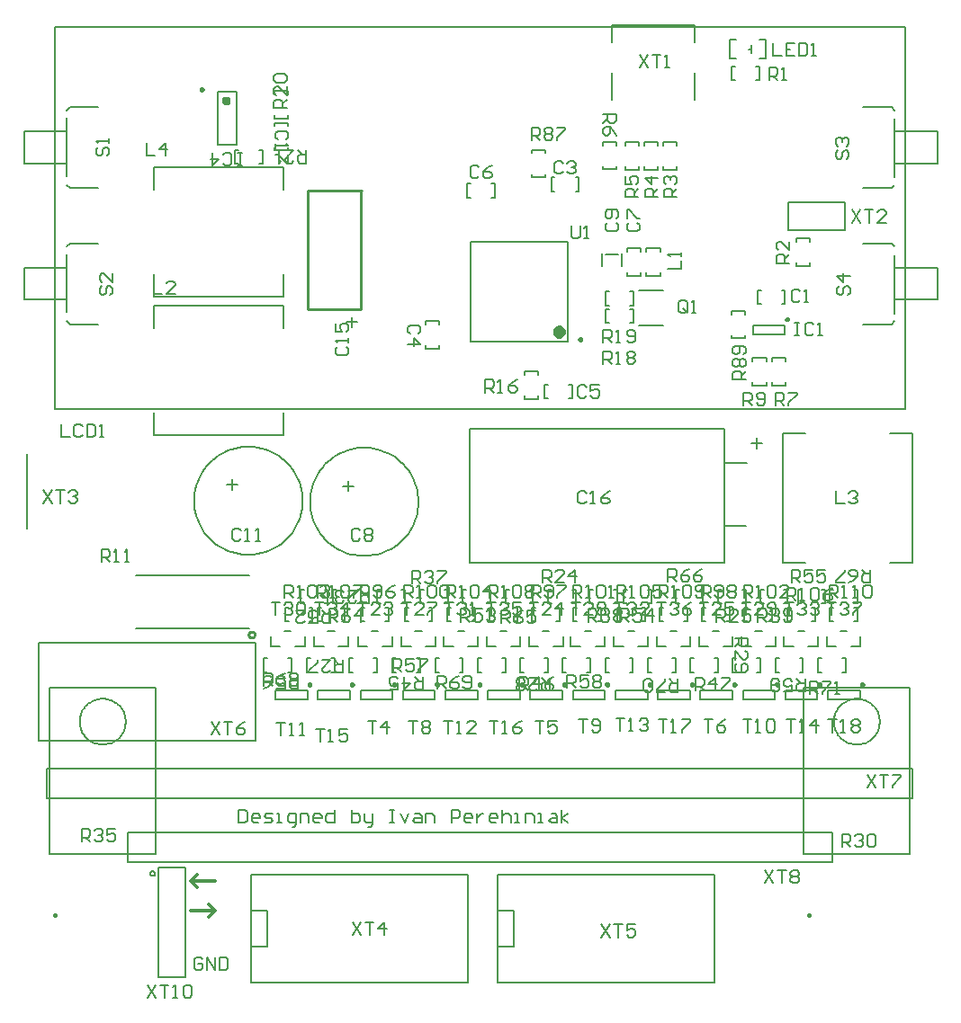
<source format=gto>
%FSTAX23Y23*%
%MOIN*%
%SFA1B1*%

%IPPOS*%
%ADD27C,0.011800*%
%ADD28C,0.009800*%
%ADD30C,0.015700*%
%ADD71C,0.023600*%
%ADD73C,0.007900*%
%ADD74C,0.010000*%
%LNrelaytester-1*%
%LPD*%
G54D27*
X00689Y00346D02*
X00712Y0037D01*
X00689Y00393D02*
X00712Y0037D01*
X00622D02*
X00712D01*
X00622Y0048D02*
X00645Y00456D01*
X00622Y0048D02*
X00645Y00503D01*
X00622Y0048D02*
X00712D01*
G54D28*
X02835Y02563D02*
D01*
X02835Y02563*
X02835Y02563*
X02835Y02564*
X02835Y02564*
X02835Y02564*
X02835Y02564*
X02835Y02565*
X02834Y02565*
X02834Y02565*
X02834Y02566*
X02834Y02566*
X02833Y02566*
X02833Y02566*
X02833Y02567*
X02833Y02567*
X02832Y02567*
X02832Y02567*
X02832Y02567*
X02831Y02567*
X02831Y02567*
X02831Y02567*
X0283Y02567*
X0283*
X0283Y02567*
X02829Y02567*
X02829Y02567*
X02829Y02567*
X02828Y02567*
X02828Y02567*
X02828Y02567*
X02827Y02567*
X02827Y02566*
X02827Y02566*
X02827Y02566*
X02826Y02566*
X02826Y02565*
X02826Y02565*
X02826Y02565*
X02826Y02564*
X02826Y02564*
X02825Y02564*
X02825Y02564*
X02825Y02563*
X02825Y02563*
X02825Y02563*
X02825Y02562*
X02825Y02562*
X02825Y02561*
X02825Y02561*
X02826Y02561*
X02826Y02561*
X02826Y0256*
X02826Y0256*
X02826Y0256*
X02826Y02559*
X02827Y02559*
X02827Y02559*
X02827Y02559*
X02827Y02558*
X02828Y02558*
X02828Y02558*
X02828Y02558*
X02829Y02558*
X02829Y02558*
X02829Y02558*
X0283Y02558*
X0283Y02558*
X0283*
X02831Y02558*
X02831Y02558*
X02831Y02558*
X02832Y02558*
X02832Y02558*
X02832Y02558*
X02833Y02558*
X02833Y02558*
X02833Y02559*
X02833Y02559*
X02834Y02559*
X02834Y02559*
X02834Y0256*
X02834Y0256*
X02835Y0256*
X02835Y02561*
X02835Y02561*
X02835Y02561*
X02835Y02561*
X02835Y02562*
X02835Y02562*
X02835Y02563*
X00666Y03415D02*
D01*
X00666Y03415*
X00666Y03416*
X00666Y03416*
X00666Y03416*
X00666Y03417*
X00665Y03417*
X00665Y03417*
X00665Y03418*
X00665Y03418*
X00665Y03418*
X00664Y03419*
X00664Y03419*
X00664Y03419*
X00664Y03419*
X00663Y03419*
X00663Y0342*
X00663Y0342*
X00662Y0342*
X00662Y0342*
X00662Y0342*
X00661Y0342*
X00661Y0342*
X00661*
X0066Y0342*
X0066Y0342*
X0066Y0342*
X00659Y0342*
X00659Y0342*
X00659Y0342*
X00658Y03419*
X00658Y03419*
X00658Y03419*
X00658Y03419*
X00657Y03419*
X00657Y03418*
X00657Y03418*
X00657Y03418*
X00657Y03417*
X00656Y03417*
X00656Y03417*
X00656Y03416*
X00656Y03416*
X00656Y03416*
X00656Y03415*
X00656Y03415*
X00656Y03415*
X00656Y03414*
X00656Y03414*
X00656Y03414*
X00656Y03413*
X00656Y03413*
X00657Y03413*
X00657Y03413*
X00657Y03412*
X00657Y03412*
X00657Y03412*
X00658Y03411*
X00658Y03411*
X00658Y03411*
X00658Y03411*
X00659Y03411*
X00659Y03411*
X00659Y0341*
X0066Y0341*
X0066Y0341*
X0066Y0341*
X00661Y0341*
X00661*
X00661Y0341*
X00662Y0341*
X00662Y0341*
X00662Y0341*
X00663Y03411*
X00663Y03411*
X00663Y03411*
X00664Y03411*
X00664Y03411*
X00664Y03411*
X00664Y03412*
X00665Y03412*
X00665Y03412*
X00665Y03413*
X00665Y03413*
X00665Y03413*
X00666Y03413*
X00666Y03414*
X00666Y03414*
X00666Y03414*
X00666Y03415*
X00666Y03415*
X0138Y01208D02*
D01*
X0138Y01209*
X0138Y01209*
X0138Y01209*
X0138Y0121*
X0138Y0121*
X0138Y0121*
X0138Y01211*
X0138Y01211*
X01379Y01211*
X01379Y01211*
X01379Y01212*
X01379Y01212*
X01379Y01212*
X01378Y01212*
X01378Y01212*
X01378Y01213*
X01377Y01213*
X01377Y01213*
X01377Y01213*
X01376Y01213*
X01376Y01213*
X01376Y01213*
X01375*
X01375Y01213*
X01375Y01213*
X01374Y01213*
X01374Y01213*
X01374Y01213*
X01373Y01213*
X01373Y01212*
X01373Y01212*
X01372Y01212*
X01372Y01212*
X01372Y01212*
X01372Y01211*
X01372Y01211*
X01371Y01211*
X01371Y01211*
X01371Y0121*
X01371Y0121*
X01371Y0121*
X01371Y01209*
X01371Y01209*
X01371Y01209*
X01371Y01208*
X01371Y01208*
X01371Y01208*
X01371Y01207*
X01371Y01207*
X01371Y01207*
X01371Y01206*
X01371Y01206*
X01371Y01206*
X01372Y01205*
X01372Y01205*
X01372Y01205*
X01372Y01205*
X01372Y01204*
X01373Y01204*
X01373Y01204*
X01373Y01204*
X01374Y01204*
X01374Y01204*
X01374Y01203*
X01375Y01203*
X01375Y01203*
X01375Y01203*
X01376*
X01376Y01203*
X01376Y01203*
X01377Y01203*
X01377Y01204*
X01377Y01204*
X01378Y01204*
X01378Y01204*
X01378Y01204*
X01379Y01204*
X01379Y01205*
X01379Y01205*
X01379Y01205*
X01379Y01205*
X0138Y01206*
X0138Y01206*
X0138Y01206*
X0138Y01207*
X0138Y01207*
X0138Y01207*
X0138Y01208*
X0138Y01208*
X0138Y01208*
X0201D02*
D01*
X0201Y01209*
X0201Y01209*
X0201Y01209*
X0201Y0121*
X0201Y0121*
X0201Y0121*
X0201Y01211*
X0201Y01211*
X02009Y01211*
X02009Y01211*
X02009Y01212*
X02009Y01212*
X02008Y01212*
X02008Y01212*
X02008Y01212*
X02008Y01213*
X02007Y01213*
X02007Y01213*
X02007Y01213*
X02006Y01213*
X02006Y01213*
X02006Y01213*
X02005*
X02005Y01213*
X02005Y01213*
X02004Y01213*
X02004Y01213*
X02004Y01213*
X02003Y01213*
X02003Y01212*
X02003Y01212*
X02002Y01212*
X02002Y01212*
X02002Y01212*
X02002Y01211*
X02001Y01211*
X02001Y01211*
X02001Y01211*
X02001Y0121*
X02001Y0121*
X02001Y0121*
X02001Y01209*
X02001Y01209*
X02001Y01209*
X02001Y01208*
X02001Y01208*
X02001Y01208*
X02001Y01207*
X02001Y01207*
X02001Y01207*
X02001Y01206*
X02001Y01206*
X02001Y01206*
X02001Y01205*
X02002Y01205*
X02002Y01205*
X02002Y01205*
X02002Y01204*
X02003Y01204*
X02003Y01204*
X02003Y01204*
X02004Y01204*
X02004Y01204*
X02004Y01203*
X02005Y01203*
X02005Y01203*
X02005Y01203*
X02006*
X02006Y01203*
X02006Y01203*
X02007Y01203*
X02007Y01204*
X02007Y01204*
X02008Y01204*
X02008Y01204*
X02008Y01204*
X02008Y01204*
X02009Y01205*
X02009Y01205*
X02009Y01205*
X02009Y01205*
X0201Y01206*
X0201Y01206*
X0201Y01206*
X0201Y01207*
X0201Y01207*
X0201Y01207*
X0201Y01208*
X0201Y01208*
X0201Y01208*
X0264D02*
D01*
X0264Y01209*
X0264Y01209*
X0264Y01209*
X0264Y0121*
X0264Y0121*
X0264Y0121*
X0264Y01211*
X02639Y01211*
X02639Y01211*
X02639Y01211*
X02639Y01212*
X02639Y01212*
X02638Y01212*
X02638Y01212*
X02638Y01212*
X02637Y01213*
X02637Y01213*
X02637Y01213*
X02636Y01213*
X02636Y01213*
X02636Y01213*
X02635Y01213*
X02635*
X02635Y01213*
X02634Y01213*
X02634Y01213*
X02634Y01213*
X02633Y01213*
X02633Y01213*
X02633Y01212*
X02633Y01212*
X02632Y01212*
X02632Y01212*
X02632Y01212*
X02632Y01211*
X02631Y01211*
X02631Y01211*
X02631Y01211*
X02631Y0121*
X02631Y0121*
X02631Y0121*
X02631Y01209*
X0263Y01209*
X0263Y01209*
X0263Y01208*
X0263Y01208*
X0263Y01208*
X02631Y01207*
X02631Y01207*
X02631Y01207*
X02631Y01206*
X02631Y01206*
X02631Y01206*
X02631Y01205*
X02632Y01205*
X02632Y01205*
X02632Y01205*
X02632Y01204*
X02633Y01204*
X02633Y01204*
X02633Y01204*
X02633Y01204*
X02634Y01204*
X02634Y01203*
X02634Y01203*
X02635Y01203*
X02635Y01203*
X02635*
X02636Y01203*
X02636Y01203*
X02636Y01203*
X02637Y01204*
X02637Y01204*
X02637Y01204*
X02638Y01204*
X02638Y01204*
X02638Y01204*
X02639Y01205*
X02639Y01205*
X02639Y01205*
X02639Y01205*
X02639Y01206*
X0264Y01206*
X0264Y01206*
X0264Y01207*
X0264Y01207*
X0264Y01207*
X0264Y01208*
X0264Y01208*
X0264Y01208*
X01538D02*
D01*
X01538Y01209*
X01538Y01209*
X01538Y01209*
X01538Y0121*
X01538Y0121*
X01537Y0121*
X01537Y01211*
X01537Y01211*
X01537Y01211*
X01537Y01211*
X01537Y01212*
X01536Y01212*
X01536Y01212*
X01536Y01212*
X01535Y01212*
X01535Y01213*
X01535Y01213*
X01535Y01213*
X01534Y01213*
X01534Y01213*
X01534Y01213*
X01533Y01213*
X01533*
X01532Y01213*
X01532Y01213*
X01532Y01213*
X01531Y01213*
X01531Y01213*
X01531Y01213*
X01531Y01212*
X0153Y01212*
X0153Y01212*
X0153Y01212*
X01529Y01212*
X01529Y01211*
X01529Y01211*
X01529Y01211*
X01529Y01211*
X01529Y0121*
X01528Y0121*
X01528Y0121*
X01528Y01209*
X01528Y01209*
X01528Y01209*
X01528Y01208*
X01528Y01208*
X01528Y01208*
X01528Y01207*
X01528Y01207*
X01528Y01207*
X01529Y01206*
X01529Y01206*
X01529Y01206*
X01529Y01205*
X01529Y01205*
X01529Y01205*
X0153Y01205*
X0153Y01204*
X0153Y01204*
X01531Y01204*
X01531Y01204*
X01531Y01204*
X01531Y01204*
X01532Y01203*
X01532Y01203*
X01532Y01203*
X01533Y01203*
X01533*
X01534Y01203*
X01534Y01203*
X01534Y01203*
X01535Y01204*
X01535Y01204*
X01535Y01204*
X01535Y01204*
X01536Y01204*
X01536Y01204*
X01536Y01205*
X01537Y01205*
X01537Y01205*
X01537Y01205*
X01537Y01206*
X01537Y01206*
X01537Y01206*
X01538Y01207*
X01538Y01207*
X01538Y01207*
X01538Y01208*
X01538Y01208*
X01538Y01208*
X02168D02*
D01*
X02168Y01209*
X02168Y01209*
X02168Y01209*
X02168Y0121*
X02168Y0121*
X02167Y0121*
X02167Y01211*
X02167Y01211*
X02167Y01211*
X02167Y01211*
X02166Y01212*
X02166Y01212*
X02166Y01212*
X02166Y01212*
X02165Y01212*
X02165Y01213*
X02165Y01213*
X02164Y01213*
X02164Y01213*
X02164Y01213*
X02163Y01213*
X02163Y01213*
X02163*
X02162Y01213*
X02162Y01213*
X02162Y01213*
X02161Y01213*
X02161Y01213*
X02161Y01213*
X0216Y01212*
X0216Y01212*
X0216Y01212*
X0216Y01212*
X02159Y01212*
X02159Y01211*
X02159Y01211*
X02159Y01211*
X02159Y01211*
X02158Y0121*
X02158Y0121*
X02158Y0121*
X02158Y01209*
X02158Y01209*
X02158Y01209*
X02158Y01208*
X02158Y01208*
X02158Y01208*
X02158Y01207*
X02158Y01207*
X02158Y01207*
X02158Y01206*
X02159Y01206*
X02159Y01206*
X02159Y01205*
X02159Y01205*
X02159Y01205*
X0216Y01205*
X0216Y01204*
X0216Y01204*
X0216Y01204*
X02161Y01204*
X02161Y01204*
X02161Y01204*
X02162Y01203*
X02162Y01203*
X02162Y01203*
X02163Y01203*
X02163*
X02163Y01203*
X02164Y01203*
X02164Y01203*
X02164Y01204*
X02165Y01204*
X02165Y01204*
X02165Y01204*
X02166Y01204*
X02166Y01204*
X02166Y01205*
X02166Y01205*
X02167Y01205*
X02167Y01205*
X02167Y01206*
X02167Y01206*
X02167Y01206*
X02168Y01207*
X02168Y01207*
X02168Y01207*
X02168Y01208*
X02168Y01208*
X02168Y01208*
X02798D02*
D01*
X02798Y01209*
X02798Y01209*
X02798Y01209*
X02798Y0121*
X02797Y0121*
X02797Y0121*
X02797Y01211*
X02797Y01211*
X02797Y01211*
X02797Y01211*
X02796Y01212*
X02796Y01212*
X02796Y01212*
X02796Y01212*
X02795Y01212*
X02795Y01213*
X02795Y01213*
X02794Y01213*
X02794Y01213*
X02794Y01213*
X02793Y01213*
X02793Y01213*
X02793*
X02792Y01213*
X02792Y01213*
X02792Y01213*
X02791Y01213*
X02791Y01213*
X02791Y01213*
X0279Y01212*
X0279Y01212*
X0279Y01212*
X0279Y01212*
X02789Y01212*
X02789Y01211*
X02789Y01211*
X02789Y01211*
X02788Y01211*
X02788Y0121*
X02788Y0121*
X02788Y0121*
X02788Y01209*
X02788Y01209*
X02788Y01209*
X02788Y01208*
X02788Y01208*
X02788Y01208*
X02788Y01207*
X02788Y01207*
X02788Y01207*
X02788Y01206*
X02788Y01206*
X02789Y01206*
X02789Y01205*
X02789Y01205*
X02789Y01205*
X0279Y01205*
X0279Y01204*
X0279Y01204*
X0279Y01204*
X02791Y01204*
X02791Y01204*
X02791Y01204*
X02792Y01203*
X02792Y01203*
X02792Y01203*
X02793Y01203*
X02793*
X02793Y01203*
X02794Y01203*
X02794Y01203*
X02794Y01204*
X02795Y01204*
X02795Y01204*
X02795Y01204*
X02796Y01204*
X02796Y01204*
X02796Y01205*
X02796Y01205*
X02797Y01205*
X02797Y01205*
X02797Y01206*
X02797Y01206*
X02797Y01206*
X02797Y01207*
X02798Y01207*
X02798Y01207*
X02798Y01208*
X02798Y01208*
X02798Y01208*
X01065D02*
D01*
X01065Y01209*
X01065Y01209*
X01065Y01209*
X01065Y0121*
X01065Y0121*
X01065Y0121*
X01065Y01211*
X01065Y01211*
X01064Y01211*
X01064Y01211*
X01064Y01212*
X01064Y01212*
X01064Y01212*
X01063Y01212*
X01063Y01212*
X01063Y01213*
X01062Y01213*
X01062Y01213*
X01062Y01213*
X01061Y01213*
X01061Y01213*
X01061Y01213*
X0106*
X0106Y01213*
X0106Y01213*
X01059Y01213*
X01059Y01213*
X01059Y01213*
X01058Y01213*
X01058Y01212*
X01058Y01212*
X01057Y01212*
X01057Y01212*
X01057Y01212*
X01057Y01211*
X01057Y01211*
X01056Y01211*
X01056Y01211*
X01056Y0121*
X01056Y0121*
X01056Y0121*
X01056Y01209*
X01056Y01209*
X01056Y01209*
X01056Y01208*
X01056Y01208*
X01056Y01208*
X01056Y01207*
X01056Y01207*
X01056Y01207*
X01056Y01206*
X01056Y01206*
X01056Y01206*
X01057Y01205*
X01057Y01205*
X01057Y01205*
X01057Y01205*
X01057Y01204*
X01058Y01204*
X01058Y01204*
X01058Y01204*
X01059Y01204*
X01059Y01204*
X01059Y01203*
X0106Y01203*
X0106Y01203*
X0106Y01203*
X01061*
X01061Y01203*
X01061Y01203*
X01062Y01203*
X01062Y01204*
X01062Y01204*
X01063Y01204*
X01063Y01204*
X01063Y01204*
X01064Y01204*
X01064Y01205*
X01064Y01205*
X01064Y01205*
X01064Y01205*
X01065Y01206*
X01065Y01206*
X01065Y01206*
X01065Y01207*
X01065Y01207*
X01065Y01207*
X01065Y01208*
X01065Y01208*
X01065Y01208*
X01695D02*
D01*
X01695Y01209*
X01695Y01209*
X01695Y01209*
X01695Y0121*
X01695Y0121*
X01695Y0121*
X01695Y01211*
X01695Y01211*
X01694Y01211*
X01694Y01211*
X01694Y01212*
X01694Y01212*
X01694Y01212*
X01693Y01212*
X01693Y01212*
X01693Y01213*
X01692Y01213*
X01692Y01213*
X01692Y01213*
X01691Y01213*
X01691Y01213*
X01691Y01213*
X0169*
X0169Y01213*
X0169Y01213*
X01689Y01213*
X01689Y01213*
X01689Y01213*
X01688Y01213*
X01688Y01212*
X01688Y01212*
X01687Y01212*
X01687Y01212*
X01687Y01212*
X01687Y01211*
X01687Y01211*
X01686Y01211*
X01686Y01211*
X01686Y0121*
X01686Y0121*
X01686Y0121*
X01686Y01209*
X01686Y01209*
X01686Y01209*
X01686Y01208*
X01686Y01208*
X01686Y01208*
X01686Y01207*
X01686Y01207*
X01686Y01207*
X01686Y01206*
X01686Y01206*
X01686Y01206*
X01687Y01205*
X01687Y01205*
X01687Y01205*
X01687Y01205*
X01687Y01204*
X01688Y01204*
X01688Y01204*
X01688Y01204*
X01689Y01204*
X01689Y01204*
X01689Y01203*
X0169Y01203*
X0169Y01203*
X0169Y01203*
X01691*
X01691Y01203*
X01691Y01203*
X01692Y01203*
X01692Y01204*
X01692Y01204*
X01693Y01204*
X01693Y01204*
X01693Y01204*
X01694Y01204*
X01694Y01205*
X01694Y01205*
X01694Y01205*
X01694Y01205*
X01695Y01206*
X01695Y01206*
X01695Y01206*
X01695Y01207*
X01695Y01207*
X01695Y01207*
X01695Y01208*
X01695Y01208*
X01695Y01208*
X02325D02*
D01*
X02325Y01209*
X02325Y01209*
X02325Y01209*
X02325Y0121*
X02325Y0121*
X02325Y0121*
X02325Y01211*
X02325Y01211*
X02324Y01211*
X02324Y01211*
X02324Y01212*
X02324Y01212*
X02323Y01212*
X02323Y01212*
X02323Y01212*
X02323Y01213*
X02322Y01213*
X02322Y01213*
X02322Y01213*
X02321Y01213*
X02321Y01213*
X02321Y01213*
X0232*
X0232Y01213*
X0232Y01213*
X02319Y01213*
X02319Y01213*
X02319Y01213*
X02318Y01213*
X02318Y01212*
X02318Y01212*
X02317Y01212*
X02317Y01212*
X02317Y01212*
X02317Y01211*
X02316Y01211*
X02316Y01211*
X02316Y01211*
X02316Y0121*
X02316Y0121*
X02316Y0121*
X02316Y01209*
X02316Y01209*
X02316Y01209*
X02316Y01208*
X02316Y01208*
X02316Y01208*
X02316Y01207*
X02316Y01207*
X02316Y01207*
X02316Y01206*
X02316Y01206*
X02316Y01206*
X02316Y01205*
X02317Y01205*
X02317Y01205*
X02317Y01205*
X02317Y01204*
X02318Y01204*
X02318Y01204*
X02318Y01204*
X02319Y01204*
X02319Y01204*
X02319Y01203*
X0232Y01203*
X0232Y01203*
X0232Y01203*
X02321*
X02321Y01203*
X02321Y01203*
X02322Y01203*
X02322Y01204*
X02322Y01204*
X02323Y01204*
X02323Y01204*
X02323Y01204*
X02323Y01204*
X02324Y01205*
X02324Y01205*
X02324Y01205*
X02324Y01205*
X02325Y01206*
X02325Y01206*
X02325Y01206*
X02325Y01207*
X02325Y01207*
X02325Y01207*
X02325Y01208*
X02325Y01208*
X02325Y01208*
X02955D02*
D01*
X02955Y01209*
X02955Y01209*
X02955Y01209*
X02955Y0121*
X02955Y0121*
X02955Y0121*
X02955Y01211*
X02954Y01211*
X02954Y01211*
X02954Y01211*
X02954Y01212*
X02954Y01212*
X02953Y01212*
X02953Y01212*
X02953Y01212*
X02952Y01213*
X02952Y01213*
X02952Y01213*
X02951Y01213*
X02951Y01213*
X02951Y01213*
X0295Y01213*
X0295*
X0295Y01213*
X02949Y01213*
X02949Y01213*
X02949Y01213*
X02948Y01213*
X02948Y01213*
X02948Y01212*
X02948Y01212*
X02947Y01212*
X02947Y01212*
X02947Y01212*
X02947Y01211*
X02946Y01211*
X02946Y01211*
X02946Y01211*
X02946Y0121*
X02946Y0121*
X02946Y0121*
X02946Y01209*
X02945Y01209*
X02945Y01209*
X02945Y01208*
X02945Y01208*
X02945Y01208*
X02946Y01207*
X02946Y01207*
X02946Y01207*
X02946Y01206*
X02946Y01206*
X02946Y01206*
X02946Y01205*
X02947Y01205*
X02947Y01205*
X02947Y01205*
X02947Y01204*
X02948Y01204*
X02948Y01204*
X02948Y01204*
X02948Y01204*
X02949Y01204*
X02949Y01203*
X02949Y01203*
X0295Y01203*
X0295Y01203*
X0295*
X02951Y01203*
X02951Y01203*
X02951Y01203*
X02952Y01204*
X02952Y01204*
X02952Y01204*
X02953Y01204*
X02953Y01204*
X02953Y01204*
X02954Y01205*
X02954Y01205*
X02954Y01205*
X02954Y01205*
X02954Y01206*
X02955Y01206*
X02955Y01206*
X02955Y01207*
X02955Y01207*
X02955Y01207*
X02955Y01208*
X02955Y01208*
X02955Y01208*
X01223D02*
D01*
X01223Y01209*
X01223Y01209*
X01223Y01209*
X01223Y0121*
X01223Y0121*
X01222Y0121*
X01222Y01211*
X01222Y01211*
X01222Y01211*
X01222Y01211*
X01222Y01212*
X01221Y01212*
X01221Y01212*
X01221Y01212*
X0122Y01212*
X0122Y01213*
X0122Y01213*
X0122Y01213*
X01219Y01213*
X01219Y01213*
X01219Y01213*
X01218Y01213*
X01218*
X01217Y01213*
X01217Y01213*
X01217Y01213*
X01216Y01213*
X01216Y01213*
X01216Y01213*
X01216Y01212*
X01215Y01212*
X01215Y01212*
X01215Y01212*
X01214Y01212*
X01214Y01211*
X01214Y01211*
X01214Y01211*
X01214Y01211*
X01214Y0121*
X01213Y0121*
X01213Y0121*
X01213Y01209*
X01213Y01209*
X01213Y01209*
X01213Y01208*
X01213Y01208*
X01213Y01208*
X01213Y01207*
X01213Y01207*
X01213Y01207*
X01214Y01206*
X01214Y01206*
X01214Y01206*
X01214Y01205*
X01214Y01205*
X01214Y01205*
X01215Y01205*
X01215Y01204*
X01215Y01204*
X01216Y01204*
X01216Y01204*
X01216Y01204*
X01216Y01204*
X01217Y01203*
X01217Y01203*
X01217Y01203*
X01218Y01203*
X01218*
X01219Y01203*
X01219Y01203*
X01219Y01203*
X0122Y01204*
X0122Y01204*
X0122Y01204*
X0122Y01204*
X01221Y01204*
X01221Y01204*
X01221Y01205*
X01222Y01205*
X01222Y01205*
X01222Y01205*
X01222Y01206*
X01222Y01206*
X01222Y01206*
X01223Y01207*
X01223Y01207*
X01223Y01207*
X01223Y01208*
X01223Y01208*
X01223Y01208*
X01853D02*
D01*
X01853Y01209*
X01853Y01209*
X01853Y01209*
X01853Y0121*
X01853Y0121*
X01852Y0121*
X01852Y01211*
X01852Y01211*
X01852Y01211*
X01852Y01211*
X01851Y01212*
X01851Y01212*
X01851Y01212*
X01851Y01212*
X0185Y01212*
X0185Y01213*
X0185Y01213*
X01849Y01213*
X01849Y01213*
X01849Y01213*
X01848Y01213*
X01848Y01213*
X01848*
X01847Y01213*
X01847Y01213*
X01847Y01213*
X01846Y01213*
X01846Y01213*
X01846Y01213*
X01845Y01212*
X01845Y01212*
X01845Y01212*
X01845Y01212*
X01844Y01212*
X01844Y01211*
X01844Y01211*
X01844Y01211*
X01844Y01211*
X01843Y0121*
X01843Y0121*
X01843Y0121*
X01843Y01209*
X01843Y01209*
X01843Y01209*
X01843Y01208*
X01843Y01208*
X01843Y01208*
X01843Y01207*
X01843Y01207*
X01843Y01207*
X01843Y01206*
X01844Y01206*
X01844Y01206*
X01844Y01205*
X01844Y01205*
X01844Y01205*
X01845Y01205*
X01845Y01204*
X01845Y01204*
X01845Y01204*
X01846Y01204*
X01846Y01204*
X01846Y01204*
X01847Y01203*
X01847Y01203*
X01847Y01203*
X01848Y01203*
X01848*
X01848Y01203*
X01849Y01203*
X01849Y01203*
X01849Y01204*
X0185Y01204*
X0185Y01204*
X0185Y01204*
X01851Y01204*
X01851Y01204*
X01851Y01205*
X01851Y01205*
X01852Y01205*
X01852Y01205*
X01852Y01206*
X01852Y01206*
X01852Y01206*
X01853Y01207*
X01853Y01207*
X01853Y01207*
X01853Y01208*
X01853Y01208*
X01853Y01208*
X02483D02*
D01*
X02483Y01209*
X02483Y01209*
X02483Y01209*
X02483Y0121*
X02483Y0121*
X02482Y0121*
X02482Y01211*
X02482Y01211*
X02482Y01211*
X02482Y01211*
X02481Y01212*
X02481Y01212*
X02481Y01212*
X02481Y01212*
X0248Y01212*
X0248Y01213*
X0248Y01213*
X02479Y01213*
X02479Y01213*
X02479Y01213*
X02478Y01213*
X02478Y01213*
X02478*
X02477Y01213*
X02477Y01213*
X02477Y01213*
X02476Y01213*
X02476Y01213*
X02476Y01213*
X02475Y01212*
X02475Y01212*
X02475Y01212*
X02475Y01212*
X02474Y01212*
X02474Y01211*
X02474Y01211*
X02474Y01211*
X02474Y01211*
X02473Y0121*
X02473Y0121*
X02473Y0121*
X02473Y01209*
X02473Y01209*
X02473Y01209*
X02473Y01208*
X02473Y01208*
X02473Y01208*
X02473Y01207*
X02473Y01207*
X02473Y01207*
X02473Y01206*
X02474Y01206*
X02474Y01206*
X02474Y01205*
X02474Y01205*
X02474Y01205*
X02475Y01205*
X02475Y01204*
X02475Y01204*
X02475Y01204*
X02476Y01204*
X02476Y01204*
X02476Y01204*
X02477Y01203*
X02477Y01203*
X02477Y01203*
X02478Y01203*
X02478*
X02478Y01203*
X02479Y01203*
X02479Y01203*
X02479Y01204*
X0248Y01204*
X0248Y01204*
X0248Y01204*
X02481Y01204*
X02481Y01204*
X02481Y01205*
X02481Y01205*
X02482Y01205*
X02482Y01205*
X02482Y01206*
X02482Y01206*
X02482Y01206*
X02483Y01207*
X02483Y01207*
X02483Y01207*
X02483Y01208*
X02483Y01208*
X02483Y01208*
X03113D02*
D01*
X03113Y01209*
X03113Y01209*
X03113Y01209*
X03113Y0121*
X03112Y0121*
X03112Y0121*
X03112Y01211*
X03112Y01211*
X03112Y01211*
X03112Y01211*
X03111Y01212*
X03111Y01212*
X03111Y01212*
X03111Y01212*
X0311Y01212*
X0311Y01213*
X0311Y01213*
X03109Y01213*
X03109Y01213*
X03109Y01213*
X03108Y01213*
X03108Y01213*
X03108*
X03107Y01213*
X03107Y01213*
X03107Y01213*
X03106Y01213*
X03106Y01213*
X03106Y01213*
X03105Y01212*
X03105Y01212*
X03105Y01212*
X03105Y01212*
X03104Y01212*
X03104Y01211*
X03104Y01211*
X03104Y01211*
X03103Y01211*
X03103Y0121*
X03103Y0121*
X03103Y0121*
X03103Y01209*
X03103Y01209*
X03103Y01209*
X03103Y01208*
X03103Y01208*
X03103Y01208*
X03103Y01207*
X03103Y01207*
X03103Y01207*
X03103Y01206*
X03103Y01206*
X03104Y01206*
X03104Y01205*
X03104Y01205*
X03104Y01205*
X03105Y01205*
X03105Y01204*
X03105Y01204*
X03105Y01204*
X03106Y01204*
X03106Y01204*
X03106Y01204*
X03107Y01203*
X03107Y01203*
X03107Y01203*
X03108Y01203*
X03108*
X03108Y01203*
X03109Y01203*
X03109Y01203*
X03109Y01204*
X0311Y01204*
X0311Y01204*
X0311Y01204*
X03111Y01204*
X03111Y01204*
X03111Y01205*
X03111Y01205*
X03112Y01205*
X03112Y01205*
X03112Y01206*
X03112Y01206*
X03112Y01206*
X03112Y01207*
X03113Y01207*
X03113Y01207*
X03113Y01208*
X03113Y01208*
X03113Y01208*
X02068Y02488D02*
D01*
X02068Y02489*
X02068Y02489*
X02068Y02489*
X02068Y0249*
X02068Y0249*
X02068Y0249*
X02068Y02491*
X02067Y02491*
X02067Y02491*
X02067Y02491*
X02067Y02492*
X02067Y02492*
X02066Y02492*
X02066Y02492*
X02066Y02492*
X02065Y02493*
X02065Y02493*
X02065Y02493*
X02064Y02493*
X02064Y02493*
X02064Y02493*
X02063Y02493*
X02063*
X02063Y02493*
X02062Y02493*
X02062Y02493*
X02062Y02493*
X02061Y02493*
X02061Y02493*
X02061Y02492*
X02061Y02492*
X0206Y02492*
X0206Y02492*
X0206Y02492*
X0206Y02491*
X02059Y02491*
X02059Y02491*
X02059Y02491*
X02059Y0249*
X02059Y0249*
X02059Y0249*
X02059Y02489*
X02058Y02489*
X02058Y02489*
X02058Y02488*
X02058Y02488*
X02058Y02488*
X02059Y02487*
X02059Y02487*
X02059Y02487*
X02059Y02486*
X02059Y02486*
X02059Y02486*
X02059Y02485*
X0206Y02485*
X0206Y02485*
X0206Y02485*
X0206Y02484*
X02061Y02484*
X02061Y02484*
X02061Y02484*
X02061Y02484*
X02062Y02484*
X02062Y02483*
X02062Y02483*
X02063Y02483*
X02063Y02483*
X02063*
X02064Y02483*
X02064Y02483*
X02064Y02483*
X02065Y02484*
X02065Y02484*
X02065Y02484*
X02066Y02484*
X02066Y02484*
X02066Y02484*
X02067Y02485*
X02067Y02485*
X02067Y02485*
X02067Y02485*
X02067Y02486*
X02068Y02486*
X02068Y02486*
X02068Y02487*
X02068Y02487*
X02068Y02487*
X02068Y02488*
X02068Y02488*
X02068Y02488*
G54D30*
X00759Y03374D02*
D01*
X00759Y03374*
X00759Y03375*
X00759Y03375*
X00759Y03376*
X00759Y03376*
X00759Y03377*
X00758Y03377*
X00758Y03378*
X00758Y03378*
X00757Y03379*
X00757Y03379*
X00757Y03379*
X00756Y0338*
X00756Y0338*
X00755Y0338*
X00755Y03381*
X00754Y03381*
X00754Y03381*
X00753Y03381*
X00753Y03381*
X00752Y03381*
X00752Y03381*
X00751*
X00751Y03381*
X0075Y03381*
X00749Y03381*
X00749Y03381*
X00748Y03381*
X00748Y03381*
X00747Y0338*
X00747Y0338*
X00747Y0338*
X00746Y03379*
X00746Y03379*
X00745Y03379*
X00745Y03378*
X00745Y03378*
X00744Y03377*
X00744Y03377*
X00744Y03376*
X00744Y03376*
X00744Y03375*
X00744Y03375*
X00744Y03374*
X00744Y03374*
X00744Y03373*
X00744Y03372*
X00744Y03372*
X00744Y03371*
X00744Y03371*
X00744Y0337*
X00744Y0337*
X00745Y03369*
X00745Y03369*
X00745Y03368*
X00746Y03368*
X00746Y03368*
X00747Y03367*
X00747Y03367*
X00747Y03367*
X00748Y03366*
X00748Y03366*
X00749Y03366*
X00749Y03366*
X0075Y03366*
X00751Y03366*
X00751Y03366*
X00752*
X00752Y03366*
X00753Y03366*
X00753Y03366*
X00754Y03366*
X00754Y03366*
X00755Y03366*
X00755Y03367*
X00756Y03367*
X00756Y03367*
X00757Y03368*
X00757Y03368*
X00757Y03368*
X00758Y03369*
X00758Y03369*
X00758Y0337*
X00759Y0337*
X00759Y03371*
X00759Y03371*
X00759Y03372*
X00759Y03372*
X00759Y03373*
X00759Y03374*
G54D71*
X01996Y02516D02*
D01*
X01996Y02517*
X01996Y02517*
X01996Y02518*
X01996Y02519*
X01996Y0252*
X01995Y02521*
X01995Y02521*
X01995Y02522*
X01994Y02523*
X01994Y02523*
X01993Y02524*
X01992Y02525*
X01992Y02525*
X01991Y02526*
X01991Y02526*
X0199Y02526*
X01989Y02527*
X01988Y02527*
X01987Y02527*
X01987Y02527*
X01986Y02528*
X01985Y02528*
X01984*
X01983Y02528*
X01983Y02527*
X01982Y02527*
X01981Y02527*
X0198Y02527*
X01979Y02526*
X01979Y02526*
X01978Y02526*
X01977Y02525*
X01977Y02525*
X01976Y02524*
X01976Y02523*
X01975Y02523*
X01975Y02522*
X01974Y02521*
X01974Y02521*
X01974Y0252*
X01973Y02519*
X01973Y02518*
X01973Y02517*
X01973Y02517*
X01973Y02516*
X01973Y02515*
X01973Y02514*
X01973Y02513*
X01973Y02513*
X01974Y02512*
X01974Y02511*
X01974Y0251*
X01975Y0251*
X01975Y02509*
X01976Y02508*
X01976Y02508*
X01977Y02507*
X01977Y02507*
X01978Y02506*
X01979Y02506*
X01979Y02505*
X0198Y02505*
X01981Y02505*
X01982Y02504*
X01983Y02504*
X01983Y02504*
X01984Y02504*
X01985*
X01986Y02504*
X01987Y02504*
X01987Y02504*
X01988Y02505*
X01989Y02505*
X0199Y02505*
X01991Y02506*
X01991Y02506*
X01992Y02507*
X01992Y02507*
X01993Y02508*
X01994Y02508*
X01994Y02509*
X01995Y0251*
X01995Y0251*
X01995Y02511*
X01996Y02512*
X01996Y02513*
X01996Y02513*
X01996Y02514*
X01996Y02515*
X01996Y02516*
G54D73*
X00489Y00507D02*
D01*
X00489Y00508*
X00489Y00509*
X00488Y00509*
X00488Y0051*
X00488Y0051*
X00488Y00511*
X00488Y00512*
X00487Y00512*
X00487Y00513*
X00487Y00513*
X00486Y00514*
X00486Y00514*
X00485Y00514*
X00485Y00515*
X00484Y00515*
X00484Y00515*
X00483Y00516*
X00483Y00516*
X00482Y00516*
X00481Y00516*
X00481Y00516*
X0048Y00516*
X00479*
X00479Y00516*
X00478Y00516*
X00478Y00516*
X00477Y00516*
X00477Y00516*
X00476Y00515*
X00475Y00515*
X00475Y00515*
X00474Y00514*
X00474Y00514*
X00473Y00514*
X00473Y00513*
X00473Y00513*
X00472Y00512*
X00472Y00512*
X00472Y00511*
X00472Y0051*
X00471Y0051*
X00471Y00509*
X00471Y00509*
X00471Y00508*
X00471Y00507*
X00471Y00507*
X00471Y00506*
X00471Y00506*
X00471Y00505*
X00472Y00504*
X00472Y00504*
X00472Y00503*
X00472Y00503*
X00473Y00502*
X00473Y00502*
X00473Y00501*
X00474Y00501*
X00474Y005*
X00475Y005*
X00475Y005*
X00476Y00499*
X00477Y00499*
X00477Y00499*
X00478Y00499*
X00478Y00499*
X00479Y00499*
X00479Y00499*
X0048*
X00481Y00499*
X00481Y00499*
X00482Y00499*
X00483Y00499*
X00483Y00499*
X00484Y00499*
X00484Y005*
X00485Y005*
X00485Y005*
X00486Y00501*
X00486Y00501*
X00487Y00502*
X00487Y00502*
X00487Y00503*
X00488Y00503*
X00488Y00504*
X00488Y00504*
X00488Y00505*
X00488Y00506*
X00489Y00506*
X00489Y00507*
X00489Y00507*
X01464Y01885D02*
D01*
X01464Y01899*
X01462Y01913*
X0146Y01927*
X01456Y01941*
X01452Y01954*
X01447Y01967*
X01441Y0198*
X01434Y01992*
X01426Y02003*
X01417Y02014*
X01408Y02025*
X01398Y02034*
X01387Y02043*
X01376Y02052*
X01364Y02059*
X01351Y02066*
X01338Y02071*
X01325Y02076*
X01312Y0208*
X01298Y02083*
X01284Y02085*
X0127Y02086*
X01256*
X01242Y02085*
X01228Y02083*
X01215Y0208*
X01201Y02076*
X01188Y02071*
X01175Y02066*
X01163Y02059*
X01151Y02052*
X0114Y02043*
X01129Y02034*
X01119Y02025*
X0111Y02014*
X01101Y02003*
X01093Y01992*
X01086Y0198*
X0108Y01967*
X01075Y01954*
X0107Y01941*
X01067Y01927*
X01065Y01913*
X01063Y01899*
X01063Y01885*
X01063Y01871*
X01065Y01857*
X01067Y01844*
X0107Y0183*
X01075Y01817*
X0108Y01804*
X01086Y01791*
X01093Y01779*
X01101Y01767*
X0111Y01756*
X01119Y01746*
X01129Y01736*
X0114Y01727*
X01151Y01719*
X01163Y01711*
X01175Y01705*
X01188Y01699*
X01201Y01694*
X01215Y01691*
X01228Y01688*
X01242Y01686*
X01256Y01685*
X0127*
X01284Y01686*
X01298Y01688*
X01312Y01691*
X01325Y01694*
X01338Y01699*
X01351Y01705*
X01364Y01711*
X01376Y01719*
X01387Y01727*
X01398Y01736*
X01408Y01746*
X01417Y01756*
X01426Y01767*
X01434Y01779*
X01441Y01791*
X01447Y01804*
X01452Y01817*
X01456Y0183*
X0146Y01844*
X01462Y01857*
X01464Y01871*
X01464Y01885*
X01035Y01889D02*
D01*
X01034Y01903*
X01033Y01917*
X01031Y01931*
X01027Y01945*
X01023Y01958*
X01018Y01971*
X01011Y01984*
X01004Y01996*
X00997Y02007*
X00988Y02018*
X00979Y02029*
X00968Y02038*
X00958Y02047*
X00946Y02056*
X00935Y02063*
X00922Y0207*
X00909Y02075*
X00896Y0208*
X00883Y02084*
X00869Y02087*
X00855Y02089*
X00841Y0209*
X00827*
X00813Y02089*
X00799Y02087*
X00786Y02084*
X00772Y0208*
X00759Y02075*
X00746Y0207*
X00734Y02063*
X00722Y02056*
X00711Y02047*
X007Y02038*
X0069Y02029*
X0068Y02018*
X00672Y02007*
X00664Y01996*
X00657Y01984*
X00651Y01971*
X00646Y01958*
X00641Y01945*
X00638Y01931*
X00635Y01917*
X00634Y01903*
X00634Y01889*
X00634Y01875*
X00635Y01861*
X00638Y01848*
X00641Y01834*
X00646Y01821*
X00651Y01808*
X00657Y01795*
X00664Y01783*
X00672Y01771*
X0068Y0176*
X0069Y0175*
X007Y0174*
X00711Y01731*
X00722Y01723*
X00734Y01715*
X00746Y01709*
X00759Y01703*
X00772Y01698*
X00786Y01695*
X00799Y01692*
X00813Y0169*
X00827Y01689*
X00841*
X00855Y0169*
X00869Y01692*
X00883Y01695*
X00896Y01698*
X00909Y01703*
X00922Y01709*
X00935Y01715*
X00946Y01723*
X00958Y01731*
X00968Y0174*
X00979Y0175*
X00988Y0176*
X00997Y01771*
X01004Y01783*
X01011Y01795*
X01018Y01808*
X01023Y01821*
X01027Y01834*
X01031Y01848*
X01033Y01861*
X01034Y01875*
X01035Y01889*
X03173Y0107D02*
D01*
X03173Y01076*
X03172Y01082*
X03171Y01088*
X0317Y01094*
X03168Y011*
X03166Y01105*
X03163Y0111*
X0316Y01116*
X03157Y0112*
X03153Y01125*
X03149Y0113*
X03145Y01134*
X03141Y01138*
X03136Y01141*
X03131Y01144*
X03125Y01147*
X0312Y01149*
X03114Y01151*
X03109Y01153*
X03103Y01154*
X03097Y01155*
X03091Y01156*
X03085*
X03079Y01155*
X03073Y01154*
X03067Y01153*
X03062Y01151*
X03056Y01149*
X03051Y01147*
X03046Y01144*
X0304Y01141*
X03036Y01138*
X03031Y01134*
X03027Y0113*
X03023Y01125*
X03019Y0112*
X03016Y01116*
X03013Y0111*
X0301Y01105*
X03008Y011*
X03006Y01094*
X03005Y01088*
X03004Y01082*
X03003Y01076*
X03003Y0107*
X03003Y01064*
X03004Y01059*
X03005Y01053*
X03006Y01047*
X03008Y01041*
X0301Y01036*
X03013Y0103*
X03016Y01025*
X03019Y0102*
X03023Y01016*
X03027Y01011*
X03031Y01007*
X03036Y01003*
X0304Y01*
X03046Y00997*
X03051Y00994*
X03056Y00991*
X03062Y00989*
X03067Y00988*
X03073Y00986*
X03079Y00986*
X03085Y00985*
X03091*
X03097Y00986*
X03103Y00986*
X03109Y00988*
X03114Y00989*
X0312Y00991*
X03125Y00994*
X03131Y00997*
X03136Y01*
X03141Y01003*
X03145Y01007*
X03149Y01011*
X03153Y01016*
X03157Y0102*
X0316Y01025*
X03163Y0103*
X03166Y01036*
X03168Y01041*
X0317Y01047*
X03171Y01053*
X03172Y01059*
X03173Y01064*
X03173Y0107*
X0038D02*
D01*
X0038Y01076*
X00379Y01082*
X00378Y01088*
X00377Y01094*
X00375Y011*
X00373Y01105*
X0037Y0111*
X00367Y01116*
X00364Y0112*
X0036Y01125*
X00356Y0113*
X00352Y01134*
X00347Y01138*
X00342Y01141*
X00337Y01144*
X00332Y01147*
X00327Y01149*
X00321Y01151*
X00315Y01153*
X00309Y01154*
X00304Y01155*
X00298Y01156*
X00292*
X00286Y01155*
X0028Y01154*
X00274Y01153*
X00268Y01151*
X00263Y01149*
X00257Y01147*
X00252Y01144*
X00247Y01141*
X00242Y01138*
X00238Y01134*
X00233Y0113*
X00229Y01125*
X00226Y0112*
X00222Y01116*
X00219Y0111*
X00217Y01105*
X00215Y011*
X00213Y01094*
X00211Y01088*
X0021Y01082*
X0021Y01076*
X0021Y0107*
X0021Y01064*
X0021Y01059*
X00211Y01053*
X00213Y01047*
X00215Y01041*
X00217Y01036*
X00219Y0103*
X00222Y01025*
X00226Y0102*
X00229Y01016*
X00233Y01011*
X00238Y01007*
X00242Y01003*
X00247Y01*
X00252Y00997*
X00257Y00994*
X00263Y00991*
X00268Y00989*
X00274Y00988*
X0028Y00986*
X00286Y00986*
X00292Y00985*
X00298*
X00304Y00986*
X00309Y00986*
X00315Y00988*
X00321Y00989*
X00327Y00991*
X00332Y00994*
X00337Y00997*
X00342Y01*
X00347Y01003*
X00352Y01007*
X00356Y01011*
X0036Y01016*
X00364Y0102*
X00367Y01025*
X0037Y0103*
X00373Y01036*
X00375Y01041*
X00377Y01047*
X00378Y01053*
X00379Y01059*
X0038Y01064*
X0038Y0107*
X00622Y0048D02*
D01*
D01*
X00418Y01614D02*
X00838D01*
X00418Y01417D02*
X00839D01*
X00964Y02645D02*
Y02728D01*
X00484Y02645D02*
X00964D01*
X00484D02*
Y02728D01*
Y03043D02*
Y03126D01*
X00964*
Y03043D02*
Y03126D01*
X01291Y01405D02*
X01315D01*
X01366Y0135D02*
Y01385D01*
X0133Y0135D02*
X01366D01*
X0124D02*
Y01385D01*
Y0135D02*
X01275D01*
X03027Y01405D02*
X03051D01*
X03102Y0135D02*
Y01385D01*
X03066Y0135D02*
X03102D01*
X02976D02*
Y01385D01*
Y0135D02*
X03011D01*
X02397Y01405D02*
X02421D01*
X02472Y0135D02*
Y01385D01*
X02437Y0135D02*
X02472D01*
X02346D02*
Y01385D01*
Y0135D02*
X02381D01*
X01767Y01405D02*
X01791D01*
X01842Y0135D02*
Y01385D01*
X01807Y0135D02*
X01842D01*
X01716D02*
Y01385D01*
Y0135D02*
X01752D01*
X01129Y01405D02*
X01153D01*
X01204Y0135D02*
Y01385D01*
X01169Y0135D02*
X01204D01*
X01078D02*
Y01385D01*
Y0135D02*
X01114D01*
X0287Y01405D02*
X02893D01*
X02944Y0135D02*
Y01385D01*
X02909Y0135D02*
X02944D01*
X02818D02*
Y01385D01*
Y0135D02*
X02854D01*
X0224Y01405D02*
X02263D01*
X02315Y0135D02*
Y01385D01*
X02279Y0135D02*
X02315D01*
X02189D02*
Y01385D01*
Y0135D02*
X02224D01*
X0161Y01405D02*
X01633D01*
X01685Y0135D02*
Y01385D01*
X01649Y0135D02*
X01685D01*
X01559D02*
Y01385D01*
Y0135D02*
X01594D01*
X00968Y01405D02*
X00992D01*
X01043Y0135D02*
Y01385D01*
X01007Y0135D02*
X01043D01*
X00917D02*
Y01385D01*
Y0135D02*
X00952D01*
X02712Y01405D02*
X02736D01*
X02787Y0135D02*
Y01385D01*
X02752Y0135D02*
X02787D01*
X02661D02*
Y01385D01*
Y0135D02*
X02696D01*
X0208Y01405D02*
X02104D01*
X02155Y0135D02*
Y01385D01*
X0212Y0135D02*
X02155D01*
X02029D02*
Y01385D01*
Y0135D02*
X02065D01*
X01452Y01405D02*
X01476D01*
X01527Y0135D02*
Y01385D01*
X01492Y0135D02*
X01527D01*
X01401D02*
Y01385D01*
Y0135D02*
X01437D01*
X02555Y01405D02*
X02578D01*
X02629Y0135D02*
Y01385D01*
X02594Y0135D02*
X02629D01*
X02503D02*
Y01385D01*
Y0135D02*
X02539D01*
X01925Y01405D02*
X01948D01*
X02Y0135D02*
Y01385D01*
X01964Y0135D02*
X02D01*
X01874D02*
Y01385D01*
Y0135D02*
X01909D01*
X0309Y01442D02*
Y01494D01*
X03077D02*
X0309D01*
X03077Y01442D02*
X0309D01*
X02988Y01494D02*
X03001D01*
X02988Y01442D02*
X03001D01*
X02988D02*
Y01494D01*
X0246Y01442D02*
Y01494D01*
X02447D02*
X0246D01*
X02447Y01442D02*
X0246D01*
X02358Y01494D02*
X02371D01*
X02358Y01442D02*
X02371D01*
X02358D02*
Y01494D01*
X0183Y01442D02*
Y01494D01*
X01817D02*
X0183D01*
X01817Y01442D02*
X0183D01*
X01728Y01494D02*
X01741D01*
X01728Y01442D02*
X01741D01*
X01728D02*
Y01494D01*
X01192Y01442D02*
Y01494D01*
X0118D02*
X01192D01*
X0118Y01442D02*
X01192D01*
X0109Y01494D02*
X01103D01*
X0109Y01442D02*
X01103D01*
X0109D02*
Y01494D01*
X02303Y01442D02*
Y01494D01*
X0229D02*
X02303D01*
X0229Y01442D02*
X02303D01*
X022Y01494D02*
X02213D01*
X022Y01442D02*
X02213D01*
X022D02*
Y01494D01*
X01673Y01442D02*
Y01494D01*
X0166D02*
X01673D01*
X0166Y01442D02*
X01673D01*
X0157Y01494D02*
X01583D01*
X0157Y01442D02*
X01583D01*
X0157D02*
Y01494D01*
X01072Y01442D02*
Y01494D01*
X0106D02*
X01072D01*
X0106Y01442D02*
X01072D01*
X0097Y01494D02*
X00983D01*
X0097Y01442D02*
X00983D01*
X0097D02*
Y01494D01*
X02773Y01442D02*
Y01494D01*
X0276D02*
X02773D01*
X0276Y01442D02*
X02773D01*
X02671Y01494D02*
X02684D01*
X02671Y01442D02*
X02684D01*
X02671D02*
Y01494D01*
X02141Y01442D02*
Y01494D01*
X02128D02*
X02141D01*
X02128Y01442D02*
X02141D01*
X02039Y01494D02*
X02052D01*
X02039Y01442D02*
X02052D01*
X02039D02*
Y01494D01*
X01515Y01442D02*
Y01494D01*
X01503D02*
X01515D01*
X01503Y01442D02*
X01515D01*
X01413Y01494D02*
X01426D01*
X01413Y01442D02*
X01426D01*
X01413D02*
Y01494D01*
X02618Y01442D02*
Y01494D01*
X02605D02*
X02618D01*
X02605Y01442D02*
X02618D01*
X02515Y01494D02*
X02528D01*
X02515Y01442D02*
X02528D01*
X02515D02*
Y01494D01*
X01988Y01442D02*
Y01494D01*
X01975D02*
X01988D01*
X01975Y01442D02*
X01988D01*
X01885Y01494D02*
X01898D01*
X01885Y01442D02*
X01898D01*
X01885D02*
Y01494D01*
X01354Y01442D02*
Y01494D01*
X01341D02*
X01354D01*
X01341Y01442D02*
X01354D01*
X01252Y01494D02*
X01264D01*
X01252Y01442D02*
X01264D01*
X01252D02*
Y01494D01*
X005Y00531D02*
X00602D01*
X005Y00122D02*
Y00531D01*
Y00122D02*
X00602D01*
Y00531*
X02624Y02594D02*
X02675D01*
X02624Y02581D02*
Y02594D01*
X02675Y02581D02*
Y02594D01*
X02624Y02492D02*
Y02504D01*
X02675Y02492D02*
Y02504D01*
X02624Y02492D02*
X02675D01*
X02822Y0262D02*
Y02671D01*
X0281D02*
X02822D01*
X0281Y0262D02*
X02822D01*
X0272Y02671D02*
X02733D01*
X0272Y0262D02*
X02733D01*
X0272D02*
Y02671D01*
X01956Y03037D02*
Y03088D01*
Y03037D02*
X01969D01*
X01956Y03088D02*
X01969D01*
X02046Y03037D02*
X02059D01*
X02046Y03088D02*
X02059D01*
Y03037D02*
Y03088D01*
X0149Y02454D02*
X01541D01*
Y02467*
X0149Y02454D02*
Y02467D01*
X01541Y02544D02*
Y02557D01*
X0149Y02544D02*
Y02557D01*
X01541*
X02033Y02268D02*
Y02319D01*
X0202D02*
X02033D01*
X0202Y02268D02*
X02033D01*
X01931Y02319D02*
X01944D01*
X01931Y02268D02*
X01944D01*
X01931D02*
Y02319D01*
X01645Y03013D02*
Y03065D01*
Y03013D02*
X01658D01*
X01645Y03065D02*
X01658D01*
X01735Y03013D02*
X01748D01*
X01735Y03065D02*
X01748D01*
Y03013D02*
Y03065D01*
X02238Y02826D02*
X02289D01*
X02238Y02814D02*
Y02826D01*
X02289Y02814D02*
Y02826D01*
X02238Y02724D02*
Y02737D01*
X02289Y02724D02*
Y02737D01*
X02238Y02724D02*
X02289D01*
X01185Y01944D02*
X01224D01*
X01204Y01925D02*
Y01964D01*
X02145Y02759D02*
Y02807D01*
X02216Y02759D02*
Y02807D01*
X02157Y02803D02*
X02204D01*
X00755Y01948D02*
X00795D01*
X00775Y01929D02*
Y01968D01*
X01217Y02532D02*
Y02571D01*
X01196Y02552D02*
X01236D01*
X00931Y03409D02*
X00982D01*
X00931Y03396D02*
Y03409D01*
X00982Y03396D02*
Y03409D01*
X00931Y03307D02*
Y03319D01*
X00982Y03307D02*
Y03319D01*
X00931Y03307D02*
X00982D01*
X02704Y02507D02*
X02822D01*
X02704Y02539D02*
X02822D01*
X02704Y02507D02*
Y02539D01*
X02822Y02507D02*
Y02539D01*
X0072Y03208D02*
Y03405D01*
X00791Y03208D02*
Y03405D01*
X0072D02*
X00791D01*
X0072Y03208D02*
X00791D01*
X02309Y02826D02*
X0236D01*
X02309Y02814D02*
Y02826D01*
X0236Y02814D02*
Y02826D01*
X02309Y02724D02*
Y02737D01*
X0236Y02724D02*
Y02737D01*
X02309Y02724D02*
X0236D01*
X00964Y02133D02*
Y02216D01*
X00484Y02133D02*
X00964D01*
X00484D02*
Y02216D01*
Y02531D02*
Y02614D01*
X00964*
Y02531D02*
Y02614D01*
X00118Y03645D02*
X01732D01*
X00118Y02228D02*
Y03645D01*
Y02228D02*
X03267D01*
Y03645*
X01732D02*
X03267D01*
X02688Y03563D02*
X02696D01*
Y03548D02*
Y03579D01*
X02728Y03599D02*
X02751D01*
Y03529D02*
Y03599D01*
X02728Y03529D02*
X02751D01*
X02618Y03599D02*
X02641D01*
X02618Y03529D02*
Y03599D01*
Y03529D02*
X02641D01*
X02282Y02671D02*
X02371D01*
X02282Y02541D02*
X02371D01*
X02623Y03448D02*
Y035D01*
Y03448D02*
X02636D01*
X02623Y035D02*
X02636D01*
X02713Y03448D02*
X02726D01*
X02713Y035D02*
X02726D01*
Y03448D02*
Y035D01*
X02864Y02862D02*
X02915D01*
X02864Y02849D02*
Y02862D01*
X02915Y02849D02*
Y02862D01*
X02864Y02759D02*
Y02772D01*
X02915Y02759D02*
Y02772D01*
X02864Y02759D02*
X02915D01*
X02371Y03116D02*
X02422D01*
Y03129*
X02371Y03116D02*
Y03129D01*
X02422Y03206D02*
Y03219D01*
X02371Y03206D02*
Y03219D01*
X02422*
X02301Y03116D02*
X02352D01*
Y03129*
X02301Y03116D02*
Y03129D01*
X02352Y03206D02*
Y03219D01*
X02301Y03206D02*
Y03219D01*
X02352*
X02231Y03116D02*
X02282D01*
Y03129*
X02231Y03116D02*
Y03129D01*
X02282Y03206D02*
Y03219D01*
X02231Y03206D02*
Y03219D01*
X02282*
X02147Y0322D02*
X02198D01*
X02147Y03207D02*
Y0322D01*
X02198Y03207D02*
Y0322D01*
X02147Y03118D02*
Y0313D01*
X02198Y03118D02*
Y0313D01*
X02147Y03118D02*
X02198D01*
X02773Y02317D02*
X02824D01*
Y0233*
X02773Y02317D02*
Y0233D01*
X02824Y02406D02*
Y02419D01*
X02773Y02406D02*
Y02419D01*
X02824*
X02702Y02317D02*
X02753D01*
Y0233*
X02702Y02317D02*
Y0233D01*
X02753Y02406D02*
Y02419D01*
X02702Y02406D02*
Y02419D01*
X02753*
X01856Y02267D02*
X01907D01*
Y0228*
X01856Y02267D02*
Y0228D01*
X01907Y02357D02*
Y0237D01*
X01856Y02357D02*
Y0237D01*
X01907*
X02262Y02548D02*
Y026D01*
X02249D02*
X02262D01*
X02249Y02548D02*
X02262D01*
X02159Y026D02*
X02172D01*
X02159Y02548D02*
X02172D01*
X02159D02*
Y026D01*
X02262Y02613D02*
Y02665D01*
X02249D02*
X02262D01*
X02249Y02613D02*
X02262D01*
X02159Y02665D02*
X02172D01*
X02159Y02613D02*
X02172D01*
X02159D02*
Y02665D01*
X00931Y03189D02*
X00982D01*
Y03201*
X00931Y03189D02*
Y03201D01*
X00982Y03278D02*
Y03291D01*
X00931Y03278D02*
Y03291D01*
X00982*
X00785Y03139D02*
Y0319D01*
Y03139D02*
X00798D01*
X00785Y0319D02*
X00798D01*
X00875Y03139D02*
X00887D01*
X00875Y0319D02*
X00887D01*
Y03139D02*
Y0319D01*
X01311Y01509D02*
Y01561D01*
Y01509D02*
X01323D01*
X01311Y01561D02*
X01323D01*
X014Y01509D02*
X01413D01*
X014Y01561D02*
X01413D01*
Y01509D02*
Y01561D01*
X01944Y01509D02*
Y01561D01*
Y01509D02*
X01957D01*
X01944Y01561D02*
X01957D01*
X02034Y01509D02*
X02047D01*
X02034Y01561D02*
X02047D01*
Y01509D02*
Y01561D01*
X02574Y01509D02*
Y01561D01*
Y01509D02*
X02587D01*
X02574Y01561D02*
X02587D01*
X02664Y01509D02*
X02677D01*
X02664Y01561D02*
X02677D01*
Y01509D02*
Y01561D01*
X01208Y01253D02*
Y01305D01*
Y01253D02*
X01221D01*
X01208Y01305D02*
X01221D01*
X01298Y01253D02*
X01311D01*
X01298Y01305D02*
X01311D01*
Y01253D02*
Y01305D01*
X01842Y01253D02*
Y01305D01*
Y01253D02*
X01855D01*
X01842Y01305D02*
X01855D01*
X01932Y01253D02*
X01944D01*
X01932Y01305D02*
X01944D01*
Y01253D02*
Y01305D01*
X02472Y01253D02*
Y01305D01*
Y01253D02*
X02485D01*
X02472Y01305D02*
X02485D01*
X02562Y01253D02*
X02574D01*
X02562Y01305D02*
X02574D01*
Y01253D02*
Y01305D01*
X02891Y01196D02*
X03285D01*
Y00578D02*
Y01196D01*
X02891Y00578D02*
X03285D01*
X02891D02*
Y01196D01*
X00098Y01196D02*
X00492D01*
Y00578D02*
Y01196D01*
X00098Y00578D02*
X00492D01*
X00098D02*
Y01196D01*
X01472Y01509D02*
Y01561D01*
Y01509D02*
X01485D01*
X01472Y01561D02*
X01485D01*
X01562Y01509D02*
X01574D01*
X01562Y01561D02*
X01574D01*
Y01509D02*
Y01561D01*
X02098Y01509D02*
Y01561D01*
Y01509D02*
X02111D01*
X02098Y01561D02*
X02111D01*
X02188Y01509D02*
X022D01*
X02188Y01561D02*
X022D01*
Y01509D02*
Y01561D01*
X0273Y01509D02*
Y01561D01*
Y01509D02*
X02743D01*
X0273Y01561D02*
X02743D01*
X02819Y01509D02*
X02832D01*
X02819Y01561D02*
X02832D01*
Y01509D02*
Y01561D01*
X01368Y01253D02*
Y01305D01*
Y01253D02*
X0138D01*
X01368Y01305D02*
X0138D01*
X01457Y01253D02*
X0147D01*
X01457Y01305D02*
X0147D01*
Y01253D02*
Y01305D01*
X01998Y01253D02*
Y01305D01*
Y01253D02*
X0201D01*
X01998Y01305D02*
X0201D01*
X02087Y01253D02*
X021D01*
X02087Y01305D02*
X021D01*
Y01253D02*
Y01305D01*
X02629Y01253D02*
Y01305D01*
Y01253D02*
X02642D01*
X02629Y01305D02*
X02642D01*
X02719Y01253D02*
X02732D01*
X02719Y01305D02*
X02732D01*
Y01253D02*
Y01305D01*
X01027Y01509D02*
Y01561D01*
Y01509D02*
X0104D01*
X01027Y01561D02*
X0104D01*
X01117Y01509D02*
X01129D01*
X01117Y01561D02*
X01129D01*
Y01509D02*
Y01561D01*
X01629Y01509D02*
Y01561D01*
Y01509D02*
X01642D01*
X01629Y01561D02*
X01642D01*
X01719Y01509D02*
X01732D01*
X01719Y01561D02*
X01732D01*
Y01509D02*
Y01561D01*
X02224Y01509D02*
Y01561D01*
Y01509D02*
X02237D01*
X02224Y01561D02*
X02237D01*
X02314Y01509D02*
X02326D01*
X02314Y01561D02*
X02326D01*
Y01509D02*
Y01561D01*
X0287Y01509D02*
Y01561D01*
Y01509D02*
X02882D01*
X0287Y01561D02*
X02882D01*
X02959Y01509D02*
X02972D01*
X02959Y01561D02*
X02972D01*
Y01509D02*
Y01561D01*
X00891Y01253D02*
Y01305D01*
Y01253D02*
X00904D01*
X00891Y01305D02*
X00904D01*
X00981Y01253D02*
X00994D01*
X00981Y01305D02*
X00994D01*
Y01253D02*
Y01305D01*
X01527Y01253D02*
Y01305D01*
Y01253D02*
X0154D01*
X01527Y01305D02*
X0154D01*
X01617Y01253D02*
X01629D01*
X01617Y01305D02*
X01629D01*
Y01253D02*
Y01305D01*
X02157Y01253D02*
Y01305D01*
Y01253D02*
X0217D01*
X02157Y01305D02*
X0217D01*
X02247Y01253D02*
X02259D01*
X02247Y01305D02*
X02259D01*
Y01253D02*
Y01305D01*
X02787Y01253D02*
Y01305D01*
Y01253D02*
X028D01*
X02787Y01305D02*
X028D01*
X02877Y01253D02*
X02889D01*
X02877Y01305D02*
X02889D01*
Y01253D02*
Y01305D01*
X01149Y01509D02*
Y01561D01*
Y01509D02*
X01162D01*
X01149Y01561D02*
X01162D01*
X01239Y01509D02*
X01252D01*
X01239Y01561D02*
X01252D01*
Y01509D02*
Y01561D01*
X01787Y01509D02*
Y01561D01*
Y01509D02*
X018D01*
X01787Y01561D02*
X018D01*
X01877Y01509D02*
X01889D01*
X01877Y01561D02*
X01889D01*
Y01509D02*
Y01561D01*
X02417Y01509D02*
Y01561D01*
Y01509D02*
X0243D01*
X02417Y01561D02*
X0243D01*
X02506Y01509D02*
X02519D01*
X02506Y01561D02*
X02519D01*
Y01509D02*
Y01561D01*
X0309Y01509D02*
Y01561D01*
X03077D02*
X0309D01*
X03077Y01509D02*
X0309D01*
X02988Y01561D02*
X03001D01*
X02988Y01509D02*
X03001D01*
X02988D02*
Y01561D01*
X01051Y01253D02*
Y01305D01*
Y01253D02*
X01064D01*
X01051Y01305D02*
X01064D01*
X0114Y01253D02*
X01153D01*
X0114Y01305D02*
X01153D01*
Y01253D02*
Y01305D01*
X01685Y01253D02*
Y01305D01*
Y01253D02*
X01697D01*
X01685Y01305D02*
X01697D01*
X01774Y01253D02*
X01787D01*
X01774Y01305D02*
X01787D01*
Y01253D02*
Y01305D01*
X02315Y01253D02*
Y01305D01*
Y01253D02*
X02327D01*
X02315Y01305D02*
X02327D01*
X02404Y01253D02*
X02417D01*
X02404Y01305D02*
X02417D01*
Y01253D02*
Y01305D01*
X02944Y01253D02*
Y01305D01*
Y01253D02*
X02957D01*
X02944Y01305D02*
X02957D01*
X03034Y01253D02*
X03047D01*
X03034Y01305D02*
X03047D01*
Y01253D02*
Y01305D01*
X00161Y03061D02*
X00173Y03049D01*
X00279*
X00161Y03337D02*
X00173Y03349D01*
X00279*
X00003Y0314D02*
X00161D01*
X00003D02*
Y03258D01*
X00161*
Y03093D02*
Y03309D01*
Y02556D02*
X00173Y02544D01*
X00279*
X00161Y02832D02*
X00173Y02844D01*
X00279*
X00003Y02635D02*
X00161D01*
X00003D02*
Y02753D01*
X00161*
Y02588D02*
Y02804D01*
X03216Y03349D02*
X03228Y03337D01*
X0311Y03349D02*
X03216D01*
Y03049D02*
X03228Y03061D01*
X0311Y03049D02*
X03216D01*
X03228Y03258D02*
X03386D01*
Y0314D02*
Y03258D01*
X03228Y0314D02*
X03386D01*
X03228Y03089D02*
Y03305D01*
X03216Y02844D02*
X03228Y02832D01*
X0311Y02844D02*
X03216D01*
Y02544D02*
X03228Y02556D01*
X0311Y02544D02*
X03216D01*
X03228Y02753D02*
X03386D01*
Y02635D02*
Y02753D01*
X03228Y02635D02*
X03386D01*
X03228Y02584D02*
Y028D01*
X01368Y01153D02*
Y01185D01*
X0125Y01153D02*
Y01185D01*
X01368*
X0125Y01153D02*
X01368D01*
X01879D02*
X01998D01*
X01879Y01185D02*
X01998D01*
X01879Y01153D02*
Y01185D01*
X01998Y01153D02*
Y01185D01*
X02628Y01153D02*
Y01185D01*
X02509Y01153D02*
Y01185D01*
X02628*
X02509Y01153D02*
X02628D01*
X01525D02*
Y01185D01*
X01407Y01153D02*
Y01185D01*
X01525*
X01407Y01153D02*
X01525D01*
X02037D02*
X02155D01*
X02037Y01185D02*
X02155D01*
X02037Y01153D02*
Y01185D01*
X02155Y01153D02*
Y01185D01*
X02785Y01153D02*
Y01185D01*
X02667Y01153D02*
Y01185D01*
X02785*
X02667Y01153D02*
X02785D01*
X00935D02*
X01053D01*
X00935Y01185D02*
X01053D01*
X00935Y01153D02*
Y01185D01*
X01053Y01153D02*
Y01185D01*
X01683Y01153D02*
Y01185D01*
X01565Y01153D02*
Y01185D01*
X01683*
X01565Y01153D02*
X01683D01*
X02194D02*
X02313D01*
X02194Y01185D02*
X02313D01*
X02194Y01153D02*
Y01185D01*
X02313Y01153D02*
Y01185D01*
X02942Y01153D02*
Y01185D01*
X02824Y01153D02*
Y01185D01*
X02942*
X02824Y01153D02*
X02942D01*
X01092D02*
X0121D01*
X01092Y01185D02*
X0121D01*
X01092Y01153D02*
Y01185D01*
X0121Y01153D02*
Y01185D01*
X0184Y01153D02*
Y01185D01*
X01722Y01153D02*
Y01185D01*
X0184*
X01722Y01153D02*
X0184D01*
X02352D02*
X0247D01*
X02352Y01185D02*
X0247D01*
X02352Y01153D02*
Y01185D01*
X0247Y01153D02*
Y01185D01*
X031Y01153D02*
Y01185D01*
X02982Y01153D02*
Y01185D01*
X031*
X02982Y01153D02*
X031D01*
X01656Y02849D02*
X02018D01*
X01656Y02478D02*
X02018D01*
X01656D02*
Y02849D01*
X02018Y02478D02*
Y02849D01*
X02181Y03589D02*
Y03652D01*
X02488*
Y03589D02*
Y03652D01*
X02181Y03376D02*
Y03475D01*
X02488Y03376D02*
Y03475D01*
X02834Y02893D02*
Y02996D01*
Y02893D02*
X03043D01*
Y02996*
X02834D02*
X03043D01*
X00015Y01787D02*
Y02063D01*
X00848Y00236D02*
X00903D01*
Y0037*
X00844D02*
X00903D01*
X00844Y00102D02*
Y00504D01*
Y00102D02*
X01647D01*
Y00504*
X00844D02*
X01647D01*
X01762Y00236D02*
X01817D01*
Y0037*
X01758D02*
X01817D01*
X01758Y00102D02*
Y00504D01*
Y00102D02*
X02561D01*
Y00504*
X01758D02*
X02561D01*
X00862Y01D02*
Y01362D01*
X00059D02*
X00862D01*
X00059Y01D02*
Y01362D01*
Y01D02*
X00862D01*
X00087Y00896D02*
X03295D01*
Y00786D02*
Y00896D01*
X00087Y00786D02*
X03295D01*
X00087D02*
Y00896D01*
X00387Y00661D02*
X02997D01*
Y00551D02*
Y00661D01*
X00387Y00551D02*
X02997D01*
X00387D02*
Y00661D01*
X01883Y03088D02*
X01935D01*
Y03101*
X01883Y03088D02*
Y03101D01*
X01935Y03178D02*
Y0319D01*
X01883Y03178D02*
Y0319D01*
X01935*
X02598Y01795D02*
X02677D01*
X02598Y01661D02*
Y02031D01*
X01653Y01661D02*
X02598D01*
X01653D02*
Y02157D01*
X02598*
Y02031D02*
Y02157D01*
Y02031D02*
X02681D01*
X02696Y02102D02*
X02736D01*
X02716Y02082D02*
Y02122D01*
X02815Y01661D02*
X02897D01*
X02815D02*
Y02141D01*
X02897*
X03212D02*
X03295D01*
Y01661D02*
Y02141D01*
X03212Y01661D02*
X03295D01*
X02933Y01442D02*
Y01494D01*
X0292D02*
X02933D01*
X0292Y01442D02*
X02933D01*
X0283Y01494D02*
X02843D01*
X0283Y01442D02*
X02843D01*
X0283D02*
Y01494D01*
X0029Y01662D02*
Y01709D01*
X00313*
X00321Y01701*
Y01686*
X00313Y01678*
X0029*
X00305D02*
X00321Y01662D01*
X00337D02*
X00353D01*
X00345*
Y01709*
X00337Y01701*
X00376Y01662D02*
X00392D01*
X00384*
Y01709*
X00376Y01701*
X00456Y03217D02*
Y0317D01*
X00487*
X00526D02*
Y03217D01*
X00503Y03194*
X00534*
X03011Y01925D02*
Y01878D01*
X03043*
X03059Y01917D02*
X03066Y01925D01*
X03082*
X0309Y01917*
Y01909*
X03082Y01901*
X03074*
X03082*
X0309Y01893*
Y01885*
X03082Y01878*
X03066*
X03059Y01885*
X01243Y01512D02*
X01274D01*
X01258*
Y01465*
X01321D02*
X0129D01*
X01321Y01496*
Y01504*
X01313Y01512*
X01298*
X0129Y01504*
X01337D02*
X01345Y01512D01*
X01361*
X01368Y01504*
Y01496*
X01361Y01489*
X01353*
X01361*
X01368Y01481*
Y01473*
X01361Y01465*
X01345*
X01337Y01473*
X02979Y01512D02*
X0301D01*
X02994*
Y01465*
X03026Y01504D02*
X03034Y01512D01*
X03049*
X03057Y01504*
Y01496*
X03049Y01489*
X03042*
X03049*
X03057Y01481*
Y01473*
X03049Y01465*
X03034*
X03026Y01473*
X03073Y01512D02*
X03104D01*
Y01504*
X03073Y01473*
Y01465*
X02349Y01512D02*
X0238D01*
X02364*
Y01465*
X02396Y01504D02*
X02404Y01512D01*
X02419*
X02427Y01504*
Y01496*
X02419Y01489*
X02412*
X02419*
X02427Y01481*
Y01473*
X02419Y01465*
X02404*
X02396Y01473*
X02474Y01512D02*
X02459Y01504D01*
X02443Y01489*
Y01473*
X02451Y01465*
X02467*
X02474Y01473*
Y01481*
X02467Y01489*
X02443*
X01719Y01512D02*
X0175D01*
X01734*
Y01465*
X01766Y01504D02*
X01774Y01512D01*
X01789*
X01797Y01504*
Y01496*
X01789Y01489*
X01782*
X01789*
X01797Y01481*
Y01473*
X01789Y01465*
X01774*
X01766Y01473*
X01844Y01512D02*
X01813D01*
Y01489*
X01829Y01496*
X01837*
X01844Y01489*
Y01473*
X01837Y01465*
X01821*
X01813Y01473*
X01082Y01512D02*
X01113D01*
X01097*
Y01465*
X01129Y01504D02*
X01137Y01512D01*
X01152*
X0116Y01504*
Y01496*
X01152Y01489*
X01145*
X01152*
X0116Y01481*
Y01473*
X01152Y01465*
X01137*
X01129Y01473*
X012Y01465D02*
Y01512D01*
X01176Y01489*
X01207*
X02822Y01512D02*
X02853D01*
X02837*
Y01465*
X02869Y01504D02*
X02877Y01512D01*
X02892*
X029Y01504*
Y01496*
X02892Y01489*
X02885*
X02892*
X029Y01481*
Y01473*
X02892Y01465*
X02877*
X02869Y01473*
X02916Y01504D02*
X02924Y01512D01*
X0294*
X02947Y01504*
Y01496*
X0294Y01489*
X02932*
X0294*
X02947Y01481*
Y01473*
X0294Y01465*
X02924*
X02916Y01473*
X02192Y01512D02*
X02223D01*
X02207*
Y01465*
X02239Y01504D02*
X02247Y01512D01*
X02262*
X0227Y01504*
Y01496*
X02262Y01489*
X02255*
X02262*
X0227Y01481*
Y01473*
X02262Y01465*
X02247*
X02239Y01473*
X02317Y01465D02*
X02286D01*
X02317Y01496*
Y01504*
X0231Y01512*
X02294*
X02286Y01504*
X01562Y01512D02*
X01593D01*
X01577*
Y01465*
X01609Y01504D02*
X01617Y01512D01*
X01632*
X0164Y01504*
Y01496*
X01632Y01489*
X01625*
X01632*
X0164Y01481*
Y01473*
X01632Y01465*
X01617*
X01609Y01473*
X01656Y01465D02*
X01672D01*
X01664*
Y01512*
X01656Y01504*
X0092Y01512D02*
X00951D01*
X00935*
Y01465*
X00967Y01504D02*
X00975Y01512D01*
X0099*
X00998Y01504*
Y01496*
X0099Y01489*
X00983*
X0099*
X00998Y01481*
Y01473*
X0099Y01465*
X00975*
X00967Y01473*
X01014Y01504D02*
X01022Y01512D01*
X01038*
X01045Y01504*
Y01473*
X01038Y01465*
X01022*
X01014Y01473*
Y01504*
X02664Y01512D02*
X02695D01*
X02679*
Y01465*
X02742D02*
X02711D01*
X02742Y01496*
Y01504*
X02734Y01512*
X02719*
X02711Y01504*
X02758Y01473D02*
X02766Y01465D01*
X02782*
X02789Y01473*
Y01504*
X02782Y01512*
X02766*
X02758Y01504*
Y01496*
X02766Y01489*
X02789*
X02032Y01512D02*
X02063D01*
X02047*
Y01465*
X0211D02*
X02079D01*
X0211Y01496*
Y01504*
X02102Y01512*
X02087*
X02079Y01504*
X02126D02*
X02134Y01512D01*
X0215*
X02157Y01504*
Y01496*
X0215Y01489*
X02157Y01481*
Y01473*
X0215Y01465*
X02134*
X02126Y01473*
Y01481*
X02134Y01489*
X02126Y01496*
Y01504*
X02134Y01489D02*
X0215D01*
X01405Y01512D02*
X01436D01*
X0142*
Y01465*
X01483D02*
X01452D01*
X01483Y01496*
Y01504*
X01475Y01512*
X0146*
X01452Y01504*
X01499Y01512D02*
X0153D01*
Y01504*
X01499Y01473*
Y01465*
X02507Y01512D02*
X02538D01*
X02522*
Y01465*
X02585D02*
X02554D01*
X02585Y01496*
Y01504*
X02577Y01512*
X02562*
X02554Y01504*
X02632Y01512D02*
X02601D01*
Y01489*
X02617Y01496*
X02625*
X02632Y01489*
Y01473*
X02625Y01465*
X02609*
X02601Y01473*
X01877Y01512D02*
X01908D01*
X01892*
Y01465*
X01955D02*
X01924D01*
X01955Y01496*
Y01504*
X01947Y01512*
X01932*
X01924Y01504*
X01995Y01465D02*
Y01512D01*
X01971Y01489*
X02002*
X02987Y0153D02*
Y01577D01*
X0301*
X03018Y01569*
Y01554*
X0301Y01546*
X02987*
X03002D02*
X03018Y0153D01*
X03034D02*
X0305D01*
X03042*
Y01577*
X03034Y01569*
X03073Y0153D02*
X03089D01*
X03081*
Y01577*
X03073Y01569*
X03112D02*
X0312Y01577D01*
X03136*
X03144Y01569*
Y01538*
X03136Y0153*
X0312*
X03112Y01538*
Y01569*
X02357Y0153D02*
Y01577D01*
X0238*
X02388Y01569*
Y01554*
X0238Y01546*
X02357*
X02372D02*
X02388Y0153D01*
X02404D02*
X0242D01*
X02412*
Y01577*
X02404Y01569*
X02443D02*
X02451Y01577D01*
X02467*
X02475Y01569*
Y01538*
X02467Y0153*
X02451*
X02443Y01538*
Y01569*
X0249Y01538D02*
X02498Y0153D01*
X02514*
X02522Y01538*
Y01569*
X02514Y01577*
X02498*
X0249Y01569*
Y01561*
X02498Y01554*
X02522*
X01727Y0153D02*
Y01577D01*
X0175*
X01758Y01569*
Y01554*
X0175Y01546*
X01727*
X01742D02*
X01758Y0153D01*
X01774D02*
X0179D01*
X01782*
Y01577*
X01774Y01569*
X01813D02*
X01821Y01577D01*
X01837*
X01845Y01569*
Y01538*
X01837Y0153*
X01821*
X01813Y01538*
Y01569*
X0186D02*
X01868Y01577D01*
X01884*
X01892Y01569*
Y01561*
X01884Y01554*
X01892Y01546*
Y01538*
X01884Y0153*
X01868*
X0186Y01538*
Y01546*
X01868Y01554*
X0186Y01561*
Y01569*
X01868Y01554D02*
X01884D01*
X0109Y0153D02*
Y01577D01*
X01113*
X01121Y01569*
Y01554*
X01113Y01546*
X0109*
X01105D02*
X01121Y0153D01*
X01137D02*
X01153D01*
X01145*
Y01577*
X01137Y01569*
X01176D02*
X01184Y01577D01*
X012*
X01208Y01569*
Y01538*
X012Y0153*
X01184*
X01176Y01538*
Y01569*
X01223Y01577D02*
X01255D01*
Y01569*
X01223Y01538*
Y0153*
X0283Y01519D02*
Y01566D01*
X02854*
X02862Y01559*
Y01543*
X02854Y01535*
X0283*
X02846D02*
X02862Y01519D01*
X02877D02*
X02893D01*
X02885*
Y01566*
X02877Y01559*
X02917D02*
X02925Y01566D01*
X0294*
X02948Y01559*
Y01527*
X0294Y01519*
X02925*
X02917Y01527*
Y01559*
X02996Y01566D02*
X0298Y01559D01*
X02964Y01543*
Y01527*
X02972Y01519*
X02988*
X02996Y01527*
Y01535*
X02988Y01543*
X02964*
X022Y0153D02*
Y01577D01*
X02223*
X02231Y01569*
Y01554*
X02223Y01546*
X022*
X02215D02*
X02231Y0153D01*
X02247D02*
X02263D01*
X02255*
Y01577*
X02247Y01569*
X02286D02*
X02294Y01577D01*
X0231*
X02318Y01569*
Y01538*
X0231Y0153*
X02294*
X02286Y01538*
Y01569*
X02365Y01577D02*
X02333D01*
Y01554*
X02349Y01561*
X02357*
X02365Y01554*
Y01538*
X02357Y0153*
X02341*
X02333Y01538*
X0157Y0153D02*
Y01577D01*
X01593*
X01601Y01569*
Y01554*
X01593Y01546*
X0157*
X01585D02*
X01601Y0153D01*
X01617D02*
X01633D01*
X01625*
Y01577*
X01617Y01569*
X01656D02*
X01664Y01577D01*
X0168*
X01688Y01569*
Y01538*
X0168Y0153*
X01664*
X01656Y01538*
Y01569*
X01727Y0153D02*
Y01577D01*
X01703Y01554*
X01735*
X00969Y0153D02*
Y01577D01*
X00992*
X01Y01569*
Y01554*
X00992Y01546*
X00969*
X00984D02*
X01Y0153D01*
X01016D02*
X01032D01*
X01024*
Y01577*
X01016Y01569*
X01055D02*
X01063Y01577D01*
X01079*
X01087Y01569*
Y01538*
X01079Y0153*
X01063*
X01055Y01538*
Y01569*
X01102D02*
X0111Y01577D01*
X01126*
X01134Y01569*
Y01561*
X01126Y01554*
X01118*
X01126*
X01134Y01546*
Y01538*
X01126Y0153*
X0111*
X01102Y01538*
X0267Y0153D02*
Y01577D01*
X02693*
X02701Y01569*
Y01554*
X02693Y01546*
X0267*
X02685D02*
X02701Y0153D01*
X02717D02*
X02733D01*
X02725*
Y01577*
X02717Y01569*
X02756D02*
X02764Y01577D01*
X0278*
X02788Y01569*
Y01538*
X0278Y0153*
X02764*
X02756Y01538*
Y01569*
X02835Y0153D02*
X02803D01*
X02835Y01561*
Y01569*
X02827Y01577*
X02811*
X02803Y01569*
X02038Y0153D02*
Y01577D01*
X02061*
X02069Y01569*
Y01554*
X02061Y01546*
X02038*
X02053D02*
X02069Y0153D01*
X02085D02*
X02101D01*
X02093*
Y01577*
X02085Y01569*
X02124D02*
X02132Y01577D01*
X02148*
X02156Y01569*
Y01538*
X02148Y0153*
X02132*
X02124Y01538*
Y01569*
X02171Y0153D02*
X02187D01*
X02179*
Y01577*
X02171Y01569*
X01412Y0153D02*
Y01577D01*
X01435*
X01443Y01569*
Y01554*
X01435Y01546*
X01412*
X01427D02*
X01443Y0153D01*
X01459D02*
X01475D01*
X01467*
Y01577*
X01459Y01569*
X01498D02*
X01506Y01577D01*
X01522*
X0153Y01569*
Y01538*
X01522Y0153*
X01506*
X01498Y01538*
Y01569*
X01545D02*
X01553Y01577D01*
X01569*
X01577Y01569*
Y01538*
X01569Y0153*
X01553*
X01545Y01538*
Y01569*
X02515Y0153D02*
Y01577D01*
X02538*
X02546Y01569*
Y01554*
X02538Y01546*
X02515*
X0253D02*
X02546Y0153D01*
X02562Y01538D02*
X0257Y0153D01*
X02585*
X02593Y01538*
Y01569*
X02585Y01577*
X0257*
X02562Y01569*
Y01561*
X0257Y01554*
X02593*
X02609Y01569D02*
X02617Y01577D01*
X02633*
X0264Y01569*
Y01561*
X02633Y01554*
X0264Y01546*
Y01538*
X02633Y0153*
X02617*
X02609Y01538*
Y01546*
X02617Y01554*
X02609Y01561*
Y01569*
X02617Y01554D02*
X02633D01*
X01885Y0153D02*
Y01577D01*
X01908*
X01916Y01569*
Y01554*
X01908Y01546*
X01885*
X019D02*
X01916Y0153D01*
X01932Y01538D02*
X0194Y0153D01*
X01955*
X01963Y01538*
Y01569*
X01955Y01577*
X0194*
X01932Y01569*
Y01561*
X0194Y01554*
X01963*
X01979Y01577D02*
X0201D01*
Y01569*
X01979Y01538*
Y0153*
X01251D02*
Y01577D01*
X01274*
X01282Y01569*
Y01554*
X01274Y01546*
X01251*
X01266D02*
X01282Y0153D01*
X01298Y01538D02*
X01306Y0153D01*
X01321*
X01329Y01538*
Y01569*
X01321Y01577*
X01306*
X01298Y01569*
Y01561*
X01306Y01554*
X01329*
X01376Y01577D02*
X01361Y01569D01*
X01345Y01554*
Y01538*
X01353Y0153*
X01369*
X01376Y01538*
Y01546*
X01369Y01554*
X01345*
X0046Y00094D02*
X00492Y00047D01*
Y00094D02*
X0046Y00047D01*
X00507Y00094D02*
X00539D01*
X00523*
Y00047*
X00555D02*
X0057D01*
X00563*
Y00094*
X00555Y00086*
X00594D02*
X00602Y00094D01*
X00618*
X00625Y00086*
Y00055*
X00618Y00047*
X00602*
X00594Y00055*
Y00086*
X02677Y02338D02*
X02629D01*
Y02362*
X02637Y0237*
X02653*
X02661Y02362*
Y02338*
Y02354D02*
X02677Y0237D01*
X02637Y02385D02*
X02629Y02393D01*
Y02409*
X02637Y02417*
X02645*
X02653Y02409*
X02661Y02417*
X02669*
X02677Y02409*
Y02393*
X02669Y02385*
X02661*
X02653Y02393*
X02645Y02385*
X02637*
X02653Y02393D02*
Y02409D01*
X02669Y02433D02*
X02677Y0244D01*
Y02456*
X02669Y02464*
X02637*
X02629Y02456*
Y0244*
X02637Y02433*
X02645*
X02653Y0244*
Y02464*
X02877Y02665D02*
X0287Y02673D01*
X02854*
X02846Y02665*
Y02633*
X02854Y02626*
X0287*
X02877Y02633*
X02893Y02626D02*
X02909D01*
X02901*
Y02673*
X02893Y02665*
X02Y03141D02*
X01992Y03149D01*
X01976*
X01968Y03141*
Y0311*
X01976Y03102*
X01992*
X02Y0311*
X02015Y03141D02*
X02023Y03149D01*
X02039*
X02047Y03141*
Y03133*
X02039Y03126*
X02031*
X02039*
X02047Y03118*
Y0311*
X02039Y03102*
X02023*
X02015Y0311*
X01464Y02509D02*
X01472Y02517D01*
Y02533*
X01464Y02541*
X01433*
X01425Y02533*
Y02517*
X01433Y02509*
X01425Y0247D02*
X01472D01*
X01448Y02494*
Y02462*
X02086Y02311D02*
X02078Y02318D01*
X02063*
X02055Y02311*
Y02279*
X02063Y02271*
X02078*
X02086Y02279*
X02133Y02318D02*
X02102D01*
Y02295*
X02118Y02303*
X02126*
X02133Y02295*
Y02279*
X02126Y02271*
X0211*
X02102Y02279*
X01689Y03126D02*
X01681Y03133D01*
X01665*
X01657Y03126*
Y03094*
X01665Y03086*
X01681*
X01689Y03094*
X01736Y03133D02*
X0172Y03126D01*
X01704Y0311*
Y03094*
X01712Y03086*
X01728*
X01736Y03094*
Y03102*
X01728Y0311*
X01704*
X02244Y02921D02*
X02236Y02913D01*
Y02897*
X02244Y02889*
X02275*
X02283Y02897*
Y02913*
X02275Y02921*
X02236Y02937D02*
Y02968D01*
X02244*
X02275Y02937*
X02283*
X01248Y01779D02*
X0124Y01787D01*
X01224*
X01216Y01779*
Y01748*
X01224Y0174*
X0124*
X01248Y01748*
X01263Y01779D02*
X01271Y01787D01*
X01287*
X01295Y01779*
Y01771*
X01287Y01763*
X01295Y01755*
Y01748*
X01287Y0174*
X01271*
X01263Y01748*
Y01755*
X01271Y01763*
X01263Y01771*
Y01779*
X01271Y01763D02*
X01287D01*
X02165Y02921D02*
X02157Y02913D01*
Y02897*
X02165Y02889*
X02196*
X02204Y02897*
Y02913*
X02196Y02921*
Y02937D02*
X02204Y02944D01*
Y0296*
X02196Y02968*
X02165*
X02157Y0296*
Y02944*
X02165Y02937*
X02173*
X02181Y02944*
Y02968*
X00807Y01779D02*
X00799Y01787D01*
X00783*
X00775Y01779*
Y01748*
X00783Y0174*
X00799*
X00807Y01748*
X00822Y0174D02*
X00838D01*
X0083*
Y01787*
X00822Y01779*
X00862Y0174D02*
X00877D01*
X0087*
Y01787*
X00862Y01779*
X01165Y0246D02*
X01157Y02452D01*
Y02437*
X01165Y02429*
X01196*
X01204Y02437*
Y02452*
X01196Y0246*
X01204Y02476D02*
Y02492D01*
Y02484*
X01157*
X01165Y02476*
X01157Y02547D02*
Y02515D01*
X01181*
X01173Y02531*
Y02539*
X01181Y02547*
X01196*
X01204Y02539*
Y02523*
X01196Y02515*
X00974Y03229D02*
X00982Y03237D01*
Y03253*
X00974Y0326*
X00943*
X00935Y03253*
Y03237*
X00943Y03229*
X00935Y03213D02*
Y03197D01*
Y03205*
X00982*
X00974Y03213*
X00982Y03174D02*
Y03142D01*
X00974*
X00943Y03174*
X00935*
X02858Y02551D02*
X02874D01*
X02866*
Y02503*
X02858*
X02874*
X02929Y02543D02*
X02921Y02551D01*
X02905*
X02897Y02543*
Y02511*
X02905Y02503*
X02921*
X02929Y02511*
X02944Y02503D02*
X0296D01*
X02952*
Y02551*
X02944Y02543*
X00811Y03133D02*
X00795D01*
X00803*
Y0318*
X00811*
X00795*
X0074Y03141D02*
X00748Y03133D01*
X00764*
X00771Y03141*
Y03173*
X00764Y0318*
X00748*
X0074Y03173*
X00701Y0318D02*
Y03133D01*
X00724Y03157*
X00693*
X02389Y02748D02*
X02437D01*
Y02779*
Y02795D02*
Y02811D01*
Y02803*
X02389*
X02397Y02795*
X00484Y02704D02*
Y02657D01*
X00515*
X00563D02*
X00531D01*
X00563Y02689*
Y02696*
X00555Y02704*
X00539*
X00531Y02696*
X00141Y02173D02*
Y02126D01*
X00173*
X0022Y02165D02*
X00212Y02173D01*
X00196*
X00189Y02165*
Y02133*
X00196Y02126*
X00212*
X0022Y02133*
X00236Y02173D02*
Y02126D01*
X00259*
X00267Y02133*
Y02165*
X00259Y02173*
X00236*
X00283Y02126D02*
X00299D01*
X00291*
Y02173*
X00283Y02165*
X02779Y03586D02*
Y03539D01*
X02811*
X02858Y03586D02*
X02826D01*
Y03539*
X02858*
X02826Y03563D02*
X02842D01*
X02874Y03586D02*
Y03539D01*
X02897*
X02905Y03547*
Y03578*
X02897Y03586*
X02874*
X02921Y03539D02*
X02937D01*
X02929*
Y03586*
X02921Y03578*
X0246Y02594D02*
Y02626D01*
X02452Y02633*
X02437*
X02429Y02626*
Y02594*
X02437Y02586*
X02452*
X02444Y02602D02*
X0246Y02586D01*
X02452D02*
X0246Y02594D01*
X02476Y02586D02*
X02492D01*
X02484*
Y02633*
X02476Y02626*
X02763Y03448D02*
Y03496D01*
X02787*
X02795Y03488*
Y03472*
X02787Y03464*
X02763*
X02779D02*
X02795Y03448D01*
X02811D02*
X02826D01*
X02818*
Y03496*
X02811Y03488*
X02838Y02771D02*
X02791D01*
Y02795*
X02799Y02803*
X02815*
X02822Y02795*
Y02771*
Y02787D02*
X02838Y02803D01*
Y0285D02*
Y02818D01*
X02807Y0285*
X02799*
X02791Y02842*
Y02826*
X02799Y02818*
X02421Y03015D02*
X02374D01*
Y03039*
X02381Y03047*
X02397*
X02405Y03039*
Y03015*
Y03031D02*
X02421Y03047D01*
X02381Y03063D02*
X02374Y0307D01*
Y03086*
X02381Y03094*
X02389*
X02397Y03086*
Y03078*
Y03086*
X02405Y03094*
X02413*
X02421Y03086*
Y0307*
X02413Y03063*
X0235Y03015D02*
X02303D01*
Y03039*
X02311Y03047*
X02326*
X02334Y03039*
Y03015*
Y03031D02*
X0235Y03047D01*
Y03086D02*
X02303D01*
X02326Y03063*
Y03094*
X02279Y03015D02*
X02232D01*
Y03039*
X0224Y03047*
X02255*
X02263Y03039*
Y03015*
Y03031D02*
X02279Y03047D01*
X02232Y03094D02*
Y03063D01*
X02255*
X02248Y03078*
Y03086*
X02255Y03094*
X02271*
X02279Y03086*
Y0307*
X02271Y03063*
X02149Y03322D02*
X02196D01*
Y03299*
X02189Y03291*
X02173*
X02165Y03299*
Y03322*
Y03307D02*
X02149Y03291D01*
X02196Y03244D02*
X02189Y03259D01*
X02173Y03275*
X02157*
X02149Y03267*
Y03252*
X02157Y03244*
X02165*
X02173Y03252*
Y03275*
X02787Y02244D02*
Y02291D01*
X02811*
X02818Y02283*
Y02267*
X02811Y02259*
X02787*
X02803D02*
X02818Y02244D01*
X02834Y02291D02*
X02866D01*
Y02283*
X02834Y02252*
Y02244*
X02669D02*
Y02291D01*
X02692*
X027Y02283*
Y02267*
X02692Y02259*
X02669*
X02685D02*
X027Y02244D01*
X02716Y02252D02*
X02724Y02244D01*
X0274*
X02748Y02252*
Y02283*
X0274Y02291*
X02724*
X02716Y02283*
Y02275*
X02724Y02267*
X02748*
X01712Y02291D02*
Y02338D01*
X01736*
X01744Y0233*
Y02315*
X01736Y02307*
X01712*
X01728D02*
X01744Y02291D01*
X01759D02*
X01775D01*
X01767*
Y02338*
X01759Y0233*
X0183Y02338D02*
X01814Y0233D01*
X01799Y02315*
Y02299*
X01807Y02291*
X01822*
X0183Y02299*
Y02307*
X01822Y02315*
X01799*
X02149Y02397D02*
Y02444D01*
X02173*
X02181Y02437*
Y02421*
X02173Y02413*
X02149*
X02165D02*
X02181Y02397D01*
X02196D02*
X02212D01*
X02204*
Y02444*
X02196Y02437*
X02236D02*
X02244Y02444D01*
X02259*
X02267Y02437*
Y02429*
X02259Y02421*
X02267Y02413*
Y02405*
X02259Y02397*
X02244*
X02236Y02405*
Y02413*
X02244Y02421*
X02236Y02429*
Y02437*
X02244Y02421D02*
X02259D01*
X02149Y02476D02*
Y02523D01*
X02173*
X02181Y02515*
Y025*
X02173Y02492*
X02149*
X02165D02*
X02181Y02476D01*
X02196D02*
X02212D01*
X02204*
Y02523*
X02196Y02515*
X02236Y02484D02*
X02244Y02476D01*
X02259*
X02267Y02484*
Y02515*
X02259Y02523*
X02244*
X02236Y02515*
Y02507*
X02244Y025*
X02267*
X00976Y03346D02*
X00929D01*
Y0337*
X00937Y03377*
X00952*
X0096Y0337*
Y03346*
Y03362D02*
X00976Y03377D01*
Y03425D02*
Y03393D01*
X00944Y03425*
X00937*
X00929Y03417*
Y03401*
X00937Y03393*
Y0344D02*
X00929Y03448D01*
Y03464*
X00937Y03472*
X00968*
X00976Y03464*
Y03448*
X00968Y0344*
X00937*
X01049Y03189D02*
Y03141D01*
X01025*
X01017Y03149*
Y03165*
X01025Y03173*
X01049*
X01033D02*
X01017Y03189D01*
X0097D02*
X01002D01*
X0097Y03157*
Y03149*
X00978Y03141*
X00994*
X01002Y03149*
X00954Y03189D02*
X00939D01*
X00946*
Y03141*
X00954Y03149*
X01282Y01557D02*
Y0151D01*
X01258*
X01251Y01518*
Y01534*
X01258Y01541*
X01282*
X01266D02*
X01251Y01557D01*
X01203D02*
X01235D01*
X01203Y01526*
Y01518*
X01211Y0151*
X01227*
X01235Y01518*
X01188D02*
X0118Y0151D01*
X01164*
X01156Y01518*
Y01526*
X01164Y01534*
X01172*
X01164*
X01156Y01541*
Y01549*
X01164Y01557*
X0118*
X01188Y01549*
X01925Y01586D02*
Y01633D01*
X01948*
X01956Y01626*
Y0161*
X01948Y01602*
X01925*
X0194D02*
X01956Y01586D01*
X02003D02*
X01972D01*
X02003Y01618*
Y01626*
X01996Y01633*
X0198*
X01972Y01626*
X02043Y01586D02*
Y01633D01*
X02019Y0161*
X02051*
X02569Y01439D02*
Y01486D01*
X02593*
X02601Y01479*
Y01463*
X02593Y01455*
X02569*
X02585D02*
X02601Y01439D01*
X02648D02*
X02616D01*
X02648Y01471*
Y01479*
X0264Y01486*
X02624*
X02616Y01479*
X02695Y01486D02*
X02664D01*
Y01463*
X02679Y01471*
X02687*
X02695Y01463*
Y01447*
X02687Y01439*
X02671*
X02664Y01447*
X01185Y01299D02*
Y01252D01*
X01161*
X01153Y01259*
Y01275*
X01161Y01283*
X01185*
X01169D02*
X01153Y01299D01*
X01106D02*
X01137D01*
X01106Y01267*
Y01259*
X01114Y01252*
X01129*
X01137Y01259*
X0109Y01252D02*
X01059D01*
Y01259*
X0109Y01291*
Y01299*
X01952Y01232D02*
Y01185D01*
X01929*
X01921Y01192*
Y01208*
X01929Y01216*
X01952*
X01937D02*
X01921Y01232D01*
X01874D02*
X01905D01*
X01874Y012*
Y01192*
X01881Y01185*
X01897*
X01905Y01192*
X01858D02*
X0185Y01185D01*
X01834*
X01826Y01192*
Y012*
X01834Y01208*
X01826Y01216*
Y01224*
X01834Y01232*
X0185*
X01858Y01224*
Y01216*
X0185Y01208*
X01858Y012*
Y01192*
X0185Y01208D02*
X01834D01*
X02636Y0138D02*
X02683D01*
Y01356*
X02675Y01348*
X0266*
X02652Y01356*
Y0138*
Y01364D02*
X02636Y01348D01*
Y01301D02*
Y01333D01*
X02668Y01301*
X02675*
X02683Y01309*
Y01325*
X02675Y01333*
X02644Y01285D02*
X02636Y01278D01*
Y01262*
X02644Y01254*
X02675*
X02683Y01262*
Y01278*
X02675Y01285*
X02668*
X0266Y01278*
Y01254*
X03033Y00606D02*
Y00653D01*
X03057*
X03064Y00645*
Y00629*
X03057Y00622*
X03033*
X03049D02*
X03064Y00606D01*
X0308Y00645D02*
X03088Y00653D01*
X03104*
X03112Y00645*
Y00637*
X03104Y00629*
X03096*
X03104*
X03112Y00622*
Y00614*
X03104Y00606*
X03088*
X0308Y00614*
X03127Y00645D02*
X03135Y00653D01*
X03151*
X03159Y00645*
Y00614*
X03151Y00606*
X03135*
X03127Y00614*
Y00645*
X00216Y00626D02*
Y00673D01*
X0024*
X00248Y00665*
Y00649*
X0024Y00641*
X00216*
X00232D02*
X00248Y00626D01*
X00263Y00665D02*
X00271Y00673D01*
X00287*
X00295Y00665*
Y00657*
X00287Y00649*
X00279*
X00287*
X00295Y00641*
Y00633*
X00287Y00626*
X00271*
X00263Y00633*
X00342Y00673D02*
X00311D01*
Y00649*
X00326Y00657*
X00334*
X00342Y00649*
Y00633*
X00334Y00626*
X00318*
X00311Y00633*
X0144Y01582D02*
Y01629D01*
X01464*
X01472Y01622*
Y01606*
X01464Y01598*
X0144*
X01456D02*
X01472Y01582D01*
X01488Y01622D02*
X01496Y01629D01*
X01511*
X01519Y01622*
Y01614*
X01511Y01606*
X01503*
X01511*
X01519Y01598*
Y0159*
X01511Y01582*
X01496*
X01488Y0159*
X01535Y01629D02*
X01566D01*
Y01622*
X01535Y0159*
Y01582*
X02093Y01441D02*
Y01488D01*
X02117*
X02125Y0148*
Y01465*
X02117Y01457*
X02093*
X02109D02*
X02125Y01441D01*
X0214Y0148D02*
X02148Y01488D01*
X02164*
X02172Y0148*
Y01472*
X02164Y01465*
X02156*
X02164*
X02172Y01457*
Y01449*
X02164Y01441*
X02148*
X0214Y01449*
X02188Y0148D02*
X02196Y01488D01*
X02211*
X02219Y0148*
Y01472*
X02211Y01465*
X02219Y01457*
Y01449*
X02211Y01441*
X02196*
X02188Y01449*
Y01457*
X02196Y01465*
X02188Y01472*
Y0148*
X02196Y01465D02*
X02211D01*
X02722Y0144D02*
Y01488D01*
X02746*
X02753Y0148*
Y01464*
X02746Y01456*
X02722*
X02738D02*
X02753Y0144D01*
X02769Y0148D02*
X02777Y01488D01*
X02793*
X02801Y0148*
Y01472*
X02793Y01464*
X02785*
X02793*
X02801Y01456*
Y01448*
X02793Y0144*
X02777*
X02769Y01448*
X02816D02*
X02824Y0144D01*
X0284*
X02848Y01448*
Y0148*
X0284Y01488*
X02824*
X02816Y0148*
Y01472*
X02824Y01464*
X02848*
X01482Y01236D02*
Y01189D01*
X01458*
X0145Y01196*
Y01212*
X01458Y0122*
X01482*
X01466D02*
X0145Y01236D01*
X01411D02*
Y01189D01*
X01435Y01212*
X01403*
X01356Y01189D02*
X01387D01*
Y01212*
X01372Y01204*
X01364*
X01356Y01212*
Y01228*
X01364Y01236*
X0138*
X01387Y01228*
X01839Y01187D02*
Y01235D01*
X01862*
X0187Y01227*
Y01211*
X01862Y01203*
X01839*
X01855D02*
X0187Y01187D01*
X0191D02*
Y01235D01*
X01886Y01211*
X01918*
X01965Y01235D02*
X01949Y01227D01*
X01933Y01211*
Y01195*
X01941Y01187*
X01957*
X01965Y01195*
Y01203*
X01957Y01211*
X01933*
X02492Y01185D02*
Y01232D01*
X02515*
X02523Y01224*
Y01208*
X02515Y012*
X02492*
X02507D02*
X02523Y01185D01*
X02563D02*
Y01232D01*
X02539Y01208*
X0257*
X02586Y01232D02*
X02618D01*
Y01224*
X02586Y01192*
Y01185*
X01137Y01484D02*
Y01437D01*
X01114*
X01106Y01444*
Y0146*
X01114Y01468*
X01137*
X01122D02*
X01106Y01484D01*
X01059Y01437D02*
X0109D01*
Y0146*
X01074Y01452*
X01067*
X01059Y0146*
Y01476*
X01067Y01484*
X01082*
X0109Y01476*
X01011Y01484D02*
X01043D01*
X01011Y01452*
Y01444*
X01019Y01437*
X01035*
X01043Y01444*
X01622Y0144D02*
Y01488D01*
X01645*
X01653Y0148*
Y01464*
X01645Y01456*
X01622*
X01637D02*
X01653Y0144D01*
X017Y01488D02*
X01669D01*
Y01464*
X01685Y01472*
X01692*
X017Y01464*
Y01448*
X01692Y0144*
X01677*
X01669Y01448*
X01716Y0148D02*
X01724Y01488D01*
X0174*
X01748Y0148*
Y01472*
X0174Y01464*
X01732*
X0174*
X01748Y01456*
Y01448*
X0174Y0144*
X01724*
X01716Y01448*
X02212Y0144D02*
Y01488D01*
X02236*
X02244Y0148*
Y01464*
X02236Y01456*
X02212*
X02228D02*
X02244Y0144D01*
X02291Y01488D02*
X02259D01*
Y01464*
X02275Y01472*
X02283*
X02291Y01464*
Y01448*
X02283Y0144*
X02267*
X02259Y01448*
X0233Y0144D02*
Y01488D01*
X02307Y01464*
X02338*
X02846Y01586D02*
Y01633D01*
X0287*
X02877Y01625*
Y0161*
X0287Y01602*
X02846*
X02862D02*
X02877Y01586D01*
X02925Y01633D02*
X02893D01*
Y0161*
X02909Y01618*
X02917*
X02925Y0161*
Y01594*
X02917Y01586*
X02901*
X02893Y01594*
X02972Y01633D02*
X0294D01*
Y0161*
X02956Y01618*
X02964*
X02972Y0161*
Y01594*
X02964Y01586*
X02948*
X0294Y01594*
X01017Y0124D02*
Y01192D01*
X00994*
X00986Y012*
Y01216*
X00994Y01224*
X01017*
X01002D02*
X00986Y0124D01*
X00939Y01192D02*
X0097D01*
Y01216*
X00954Y01208*
X00946*
X00939Y01216*
Y01232*
X00946Y0124*
X00962*
X0097Y01232*
X00891Y01192D02*
X00907Y012D01*
X00923Y01216*
Y01232*
X00915Y0124*
X00899*
X00891Y01232*
Y01224*
X00899Y01216*
X00923*
X0137Y01255D02*
Y01303D01*
X01393*
X01401Y01295*
Y01279*
X01393Y01271*
X0137*
X01385D02*
X01401Y01255D01*
X01448Y01303D02*
X01417D01*
Y01279*
X01433Y01287*
X0144*
X01448Y01279*
Y01263*
X0144Y01255*
X01425*
X01417Y01263*
X01464Y01303D02*
X01496D01*
Y01295*
X01464Y01263*
Y01255*
X02015Y01196D02*
Y01244D01*
X02039*
X02047Y01236*
Y0122*
X02039Y01212*
X02015*
X02031D02*
X02047Y01196D01*
X02094Y01244D02*
X02063D01*
Y0122*
X02078Y01228*
X02086*
X02094Y0122*
Y01204*
X02086Y01196*
X0207*
X02063Y01204*
X0211Y01236D02*
X02118Y01244D01*
X02133*
X02141Y01236*
Y01228*
X02133Y0122*
X02141Y01212*
Y01204*
X02133Y01196*
X02118*
X0211Y01204*
Y01212*
X02118Y0122*
X0211Y01228*
Y01236*
X02118Y0122D02*
X02133D01*
X02896Y01229D02*
Y01182D01*
X02873*
X02865Y0119*
Y01206*
X02873Y01214*
X02896*
X02881D02*
X02865Y01229D01*
X02818Y01182D02*
X02849D01*
Y01206*
X02833Y01198*
X02826*
X02818Y01206*
Y01221*
X02826Y01229*
X02841*
X02849Y01221*
X02802D02*
X02794Y01229D01*
X02778*
X0277Y01221*
Y0119*
X02778Y01182*
X02794*
X02802Y0119*
Y01198*
X02794Y01206*
X0277*
X01133Y0144D02*
Y01488D01*
X01157*
X01165Y0148*
Y01464*
X01157Y01456*
X01133*
X01149D02*
X01165Y0144D01*
X01212Y01488D02*
X01196Y0148D01*
X01181Y01464*
Y01448*
X01189Y0144*
X01204*
X01212Y01448*
Y01456*
X01204Y01464*
X01181*
X01251Y0144D02*
Y01488D01*
X01228Y01464*
X01259*
X01771Y01437D02*
Y01484D01*
X01795*
X01803Y01476*
Y0146*
X01795Y01452*
X01771*
X01787D02*
X01803Y01437D01*
X0185Y01484D02*
X01834Y01476D01*
X01818Y0146*
Y01444*
X01826Y01437*
X01842*
X0185Y01444*
Y01452*
X01842Y0146*
X01818*
X01897Y01484D02*
X01866D01*
Y0146*
X01881Y01468*
X01889*
X01897Y0146*
Y01444*
X01889Y01437*
X01874*
X01866Y01444*
X02389Y0159D02*
Y01637D01*
X02413*
X02421Y01629*
Y01614*
X02413Y01606*
X02389*
X02405D02*
X02421Y0159D01*
X02468Y01637D02*
X02452Y01629D01*
X02437Y01614*
Y01598*
X02444Y0159*
X0246*
X02468Y01598*
Y01606*
X0246Y01614*
X02437*
X02515Y01637D02*
X025Y01629D01*
X02484Y01614*
Y01598*
X02492Y0159*
X02507*
X02515Y01598*
Y01606*
X02507Y01614*
X02484*
X03137Y01633D02*
Y01586D01*
X03114*
X03106Y01594*
Y0161*
X03114Y01618*
X03137*
X03122D02*
X03106Y01633D01*
X03059Y01586D02*
X03074Y01594D01*
X0309Y0161*
Y01626*
X03082Y01633*
X03067*
X03059Y01626*
Y01618*
X03067Y0161*
X0309*
X03043Y01586D02*
X03011D01*
Y01594*
X03043Y01626*
Y01633*
X00892Y01204D02*
Y01251D01*
X00916*
X00923Y01243*
Y01228*
X00916Y0122*
X00892*
X00908D02*
X00923Y01204D01*
X00971Y01251D02*
X00955Y01243D01*
X00939Y01228*
Y01212*
X00947Y01204*
X00963*
X00971Y01212*
Y0122*
X00963Y01228*
X00939*
X00986Y01243D02*
X00994Y01251D01*
X0101*
X01018Y01243*
Y01235*
X0101Y01228*
X01018Y0122*
Y01212*
X0101Y01204*
X00994*
X00986Y01212*
Y0122*
X00994Y01228*
X00986Y01235*
Y01243*
X00994Y01228D02*
X0101D01*
X01535Y01192D02*
Y0124D01*
X01559*
X01566Y01232*
Y01216*
X01559Y01208*
X01535*
X01551D02*
X01566Y01192D01*
X01614Y0124D02*
X01598Y01232D01*
X01582Y01216*
Y012*
X0159Y01192*
X01606*
X01614Y012*
Y01208*
X01606Y01216*
X01582*
X01629Y012D02*
X01637Y01192D01*
X01653*
X01661Y012*
Y01232*
X01653Y0124*
X01637*
X01629Y01232*
Y01224*
X01637Y01216*
X01661*
X02425Y01228D02*
Y01181D01*
X02401*
X02393Y01189*
Y01204*
X02401Y01212*
X02425*
X02409D02*
X02393Y01228D01*
X02378Y01181D02*
X02346D01*
Y01189*
X02378Y0122*
Y01228*
X0233Y01189D02*
X02322Y01181D01*
X02307*
X02299Y01189*
Y0122*
X02307Y01228*
X02322*
X0233Y0122*
Y01189*
X02913Y01173D02*
Y0122D01*
X02937*
X02944Y01212*
Y01196*
X02937Y01189*
X02913*
X02929D02*
X02944Y01173D01*
X0296Y0122D02*
X02992D01*
Y01212*
X0296Y01181*
Y01173*
X03007D02*
X03023D01*
X03015*
Y0122*
X03007Y01212*
X00279Y032D02*
X00271Y03192D01*
Y03177*
X00279Y03169*
X00287*
X00295Y03177*
Y03192*
X00303Y032*
X00311*
X00318Y03192*
Y03177*
X00311Y03169*
X00318Y03216D02*
Y03232D01*
Y03224*
X00271*
X00279Y03216*
X00291Y02685D02*
X00283Y02677D01*
Y02661*
X00291Y02653*
X00299*
X00307Y02661*
Y02677*
X00315Y02685*
X00322*
X0033Y02677*
Y02661*
X00322Y02653*
X0033Y02732D02*
Y027D01*
X00299Y02732*
X00291*
X00283Y02724*
Y02708*
X00291Y027*
X03019Y03189D02*
X03011Y03181D01*
Y03165*
X03019Y03157*
X03027*
X03035Y03165*
Y03181*
X03043Y03189*
X03051*
X03059Y03181*
Y03165*
X03051Y03157*
X03019Y03204D02*
X03011Y03212D01*
Y03228*
X03019Y03236*
X03027*
X03035Y03228*
Y0322*
Y03228*
X03043Y03236*
X03051*
X03059Y03228*
Y03212*
X03051Y03204*
X03023Y02685D02*
X03015Y02677D01*
Y02661*
X03023Y02653*
X03031*
X03039Y02661*
Y02677*
X03047Y02685*
X03055*
X03063Y02677*
Y02661*
X03055Y02653*
X03063Y02724D02*
X03015D01*
X03039Y027*
Y02732*
X01277Y01074D02*
X01309D01*
X01293*
Y01027*
X01348D02*
Y01074D01*
X01324Y01051*
X01356*
X01897Y01074D02*
X01929D01*
X01913*
Y01027*
X01976Y01074D02*
X01944D01*
Y01051*
X0196Y01059*
X01968*
X01976Y01051*
Y01035*
X01968Y01027*
X01952*
X01944Y01035*
X02523Y01078D02*
X02555D01*
X02539*
Y01031*
X02602Y01078D02*
X02586Y0107D01*
X0257Y01055*
Y01039*
X02578Y01031*
X02594*
X02602Y01039*
Y01047*
X02594Y01055*
X0257*
X01429Y01074D02*
X0146D01*
X01444*
Y01027*
X01476Y01066D02*
X01484Y01074D01*
X015*
X01507Y01066*
Y01059*
X015Y01051*
X01507Y01043*
Y01035*
X015Y01027*
X01484*
X01476Y01035*
Y01043*
X01484Y01051*
X01476Y01059*
Y01066*
X01484Y01051D02*
X015D01*
X02059Y01078D02*
X0209D01*
X02074*
Y01031*
X02106Y01039D02*
X02114Y01031D01*
X02129*
X02137Y01039*
Y0107*
X02129Y01078*
X02114*
X02106Y0107*
Y01063*
X02114Y01055*
X02137*
X02667Y01078D02*
X02698D01*
X02683*
Y01031*
X02714D02*
X0273D01*
X02722*
Y01078*
X02714Y0107*
X02753D02*
X02761Y01078D01*
X02777*
X02785Y0107*
Y01039*
X02777Y01031*
X02761*
X02753Y01039*
Y0107*
X00939Y01066D02*
X0097D01*
X00954*
Y01019*
X00986D02*
X01001D01*
X00994*
Y01066*
X00986Y01059*
X01025Y01019D02*
X01041D01*
X01033*
Y01066*
X01025Y01059*
X01559Y01074D02*
X0159D01*
X01574*
Y01027*
X01606D02*
X01622D01*
X01614*
Y01074*
X01606Y01066*
X01677Y01027D02*
X01645D01*
X01677Y01059*
Y01066*
X01669Y01074*
X01653*
X01645Y01066*
X02196Y01082D02*
X02228D01*
X02212*
Y01035*
X02244D02*
X02259D01*
X02252*
Y01082*
X02244Y01074*
X02283D02*
X02291Y01082D01*
X02307*
X02314Y01074*
Y01066*
X02307Y01059*
X02299*
X02307*
X02314Y01051*
Y01043*
X02307Y01035*
X02291*
X02283Y01043*
X02828Y01078D02*
X0286D01*
X02844*
Y01031*
X02876D02*
X02891D01*
X02883*
Y01078*
X02876Y0107*
X02938Y01031D02*
Y01078D01*
X02915Y01055*
X02946*
X01084Y01043D02*
X01116D01*
X011*
Y00996*
X01131D02*
X01147D01*
X01139*
Y01043*
X01131Y01035*
X01202Y01043D02*
X01171D01*
Y01019*
X01187Y01027*
X01194*
X01202Y01019*
Y01003*
X01194Y00996*
X01179*
X01171Y01003*
X01728Y01074D02*
X01759D01*
X01744*
Y01027*
X01775D02*
X01791D01*
X01783*
Y01074*
X01775Y01066*
X01846Y01074D02*
X0183Y01066D01*
X01814Y01051*
Y01035*
X01822Y01027*
X01838*
X01846Y01035*
Y01043*
X01838Y01051*
X01814*
X02354Y01078D02*
X02385D01*
X0237*
Y01031*
X02401D02*
X02417D01*
X02409*
Y01078*
X02401Y0107*
X0244Y01078D02*
X02472D01*
Y0107*
X0244Y01039*
Y01031*
X02982Y01078D02*
X03013D01*
X02998*
Y01031*
X03029D02*
X03045D01*
X03037*
Y01078*
X03029Y0107*
X03068D02*
X03076Y01078D01*
X03092*
X031Y0107*
Y01063*
X03092Y01055*
X031Y01047*
Y01039*
X03092Y01031*
X03076*
X03068Y01039*
Y01047*
X03076Y01055*
X03068Y01063*
Y0107*
X03076Y01055D02*
X03092D01*
X02031Y02909D02*
Y0287D01*
X02039Y02862*
X02055*
X02063Y0287*
Y02909*
X02078Y02862D02*
X02094D01*
X02086*
Y02909*
X02078Y02901*
X02283Y03543D02*
X02314Y03496D01*
Y03543D02*
X02283Y03496D01*
X0233Y03543D02*
X02362D01*
X02346*
Y03496*
X02377D02*
X02393D01*
X02385*
Y03543*
X02377Y03535*
X0307Y02968D02*
X03102Y02921D01*
Y02968D02*
X0307Y02921D01*
X03118Y02968D02*
X03149D01*
X03133*
Y02921*
X03196D02*
X03165D01*
X03196Y02952*
Y0296*
X03188Y02968*
X03173*
X03165Y0296*
X00074Y01929D02*
X00106Y01881D01*
Y01929D02*
X00074Y01881D01*
X00122Y01929D02*
X00153D01*
X00137*
Y01881*
X00169Y01921D02*
X00177Y01929D01*
X00192*
X002Y01921*
Y01913*
X00192Y01905*
X00185*
X00192*
X002Y01897*
Y01889*
X00192Y01881*
X00177*
X00169Y01889*
X0122Y00326D02*
X01252Y00279D01*
Y00326D02*
X0122Y00279D01*
X01267Y00326D02*
X01299D01*
X01283*
Y00279*
X01338D02*
Y00326D01*
X01314Y00303*
X01346*
X02141Y00318D02*
X02173Y00271D01*
Y00318D02*
X02141Y00271D01*
X02189Y00318D02*
X0222D01*
X02204*
Y00271*
X02267Y00318D02*
X02236D01*
Y00295*
X02251Y00303*
X02259*
X02267Y00295*
Y00279*
X02259Y00271*
X02244*
X02236Y00279*
X00696Y0107D02*
X00728Y01023D01*
Y0107D02*
X00696Y01023D01*
X00744Y0107D02*
X00775D01*
X00759*
Y01023*
X00822Y0107D02*
X00807Y01063D01*
X00791Y01047*
Y01031*
X00799Y01023*
X00814*
X00822Y01031*
Y01039*
X00814Y01047*
X00791*
X03126Y00874D02*
X03157Y00826D01*
Y00874D02*
X03126Y00826D01*
X03173Y00874D02*
X03204D01*
X03189*
Y00826*
X0322Y00874D02*
X03251D01*
Y00866*
X0322Y00834*
Y00826*
X02748Y00519D02*
X02779Y00472D01*
Y00519D02*
X02748Y00472D01*
X02795Y00519D02*
X02826D01*
X02811*
Y00472*
X02842Y00511D02*
X0285Y00519D01*
X02866*
X02874Y00511*
Y00503*
X02866Y00496*
X02874Y00488*
Y0048*
X02866Y00472*
X0285*
X02842Y0048*
Y00488*
X0285Y00496*
X02842Y00503*
Y00511*
X0285Y00496D02*
X02866D01*
X01883Y03227D02*
Y03274D01*
X01906*
X01914Y03266*
Y03251*
X01906Y03243*
X01883*
X01898D02*
X01914Y03227D01*
X0193Y03266D02*
X01938Y03274D01*
X01953*
X01961Y03266*
Y03258*
X01953Y03251*
X01961Y03243*
Y03235*
X01953Y03227*
X01938*
X0193Y03235*
Y03243*
X01938Y03251*
X0193Y03258*
Y03266*
X01938Y03251D02*
X01953D01*
X01977Y03274D02*
X02008D01*
Y03266*
X01977Y03235*
Y03227*
X02086Y01917D02*
X02078Y01925D01*
X02063*
X02055Y01917*
Y01885*
X02063Y01878*
X02078*
X02086Y01885*
X02102Y01878D02*
X02118D01*
X0211*
Y01925*
X02102Y01917*
X02173Y01925D02*
X02157Y01917D01*
X02141Y01901*
Y01885*
X02149Y01878*
X02165*
X02173Y01885*
Y01893*
X02165Y01901*
X02141*
X00665Y00189D02*
X00657Y00196D01*
X00641*
X00633Y00189*
Y00157*
X00641Y00149*
X00657*
X00665Y00157*
Y00173*
X00649*
X00681Y00149D02*
Y00196D01*
X00712Y00149*
Y00196*
X00728D02*
Y00149D01*
X00751*
X00759Y00157*
Y00189*
X00751Y00196*
X00728*
X00799Y00744D02*
Y00696D01*
X00822*
X0083Y00704*
Y00736*
X00822Y00744*
X00799*
X0087Y00696D02*
X00854D01*
X00846Y00704*
Y0072*
X00854Y00728*
X0087*
X00877Y0072*
Y00712*
X00846*
X00893Y00696D02*
X00917D01*
X00925Y00704*
X00917Y00712*
X00901*
X00893Y0072*
X00901Y00728*
X00925*
X0094Y00696D02*
X00956D01*
X00948*
Y00728*
X0094*
X00996Y00681D02*
X01003D01*
X01011Y00689*
Y00728*
X00988*
X0098Y0072*
Y00704*
X00988Y00696*
X01011*
X01027D02*
Y00728D01*
X01051*
X01059Y0072*
Y00696*
X01098D02*
X01082D01*
X01074Y00704*
Y0072*
X01082Y00728*
X01098*
X01106Y0072*
Y00712*
X01074*
X01153Y00744D02*
Y00696D01*
X01129*
X01121Y00704*
Y0072*
X01129Y00728*
X01153*
X01216Y00744D02*
Y00696D01*
X0124*
X01247Y00704*
Y00712*
Y0072*
X0124Y00728*
X01216*
X01263D02*
Y00704D01*
X01271Y00696*
X01295*
Y00689*
X01287Y00681*
X01279*
X01295Y00696D02*
Y00728D01*
X01358Y00744D02*
X01373D01*
X01366*
Y00696*
X01358*
X01373*
X01397Y00728D02*
X01413Y00696D01*
X01428Y00728*
X01452D02*
X01468D01*
X01476Y0072*
Y00696*
X01452*
X01444Y00704*
X01452Y00712*
X01476*
X01491Y00696D02*
Y00728D01*
X01515*
X01523Y0072*
Y00696*
X01586D02*
Y00744D01*
X0161*
X01617Y00736*
Y0072*
X0161Y00712*
X01586*
X01657Y00696D02*
X01641D01*
X01633Y00704*
Y0072*
X01641Y00728*
X01657*
X01665Y0072*
Y00712*
X01633*
X0168Y00728D02*
Y00696D01*
Y00712*
X01688Y0072*
X01696Y00728*
X01704*
X01751Y00696D02*
X01735D01*
X01728Y00704*
Y0072*
X01735Y00728*
X01751*
X01759Y0072*
Y00712*
X01728*
X01775Y00744D02*
Y00696D01*
Y0072*
X01783Y00728*
X01798*
X01806Y0072*
Y00696*
X01822D02*
X01838D01*
X0183*
Y00728*
X01822*
X01861Y00696D02*
Y00728D01*
X01885*
X01893Y0072*
Y00696*
X01909D02*
X01924D01*
X01917*
Y00728*
X01909*
X01956D02*
X01972D01*
X01979Y0072*
Y00696*
X01956*
X01948Y00704*
X01956Y00712*
X01979*
X01995Y00696D02*
Y00744D01*
Y00712D02*
X02019Y00728D01*
X01995Y00712D02*
X02019Y00696D01*
G54D74*
X02914Y00352D02*
D01*
X02914Y00352*
X02914Y00352*
X02914Y00353*
X02914Y00353*
X02914Y00353*
X02914Y00353*
X02913Y00354*
X02913Y00354*
X02913Y00354*
X02913Y00354*
X02913Y00355*
X02913Y00355*
X02912Y00355*
X02912Y00355*
X02912Y00355*
X02912Y00355*
X02911Y00356*
X02911Y00356*
X02911Y00356*
X02911Y00356*
X0291Y00356*
X0291Y00356*
X0291*
X0291Y00356*
X02909Y00356*
X02909Y00356*
X02909Y00356*
X02909Y00356*
X02908Y00355*
X02908Y00355*
X02908Y00355*
X02908Y00355*
X02907Y00355*
X02907Y00355*
X02907Y00354*
X02907Y00354*
X02907Y00354*
X02907Y00354*
X02906Y00353*
X02906Y00353*
X02906Y00353*
X02906Y00353*
X02906Y00352*
X02906Y00352*
X02906Y00352*
X02906Y00352*
X02906Y00351*
X02906Y00351*
X02906Y00351*
X02906Y00351*
X02906Y0035*
X02907Y0035*
X02907Y0035*
X02907Y0035*
X02907Y00349*
X02907Y00349*
X02907Y00349*
X02908Y00349*
X02908Y00349*
X02908Y00349*
X02908Y00348*
X02909Y00348*
X02909Y00348*
X02909Y00348*
X02909Y00348*
X0291Y00348*
X0291Y00348*
X0291*
X0291Y00348*
X02911Y00348*
X02911Y00348*
X02911Y00348*
X02911Y00348*
X02912Y00348*
X02912Y00349*
X02912Y00349*
X02912Y00349*
X02913Y00349*
X02913Y00349*
X02913Y00349*
X02913Y0035*
X02913Y0035*
X02913Y0035*
X02914Y0035*
X02914Y00351*
X02914Y00351*
X02914Y00351*
X02914Y00351*
X02914Y00352*
X02914Y00352*
X00121D02*
D01*
X00121Y00352*
X00121Y00352*
X00121Y00353*
X0012Y00353*
X0012Y00353*
X0012Y00353*
X0012Y00354*
X0012Y00354*
X0012Y00354*
X0012Y00354*
X0012Y00355*
X00119Y00355*
X00119Y00355*
X00119Y00355*
X00119Y00355*
X00118Y00355*
X00118Y00356*
X00118Y00356*
X00118Y00356*
X00117Y00356*
X00117Y00356*
X00117Y00356*
X00117*
X00116Y00356*
X00116Y00356*
X00116Y00356*
X00115Y00356*
X00115Y00356*
X00115Y00355*
X00115Y00355*
X00115Y00355*
X00114Y00355*
X00114Y00355*
X00114Y00355*
X00114Y00354*
X00114Y00354*
X00113Y00354*
X00113Y00354*
X00113Y00353*
X00113Y00353*
X00113Y00353*
X00113Y00353*
X00113Y00352*
X00113Y00352*
X00113Y00352*
X00113Y00352*
X00113Y00351*
X00113Y00351*
X00113Y00351*
X00113Y00351*
X00113Y0035*
X00113Y0035*
X00113Y0035*
X00114Y0035*
X00114Y00349*
X00114Y00349*
X00114Y00349*
X00114Y00349*
X00115Y00349*
X00115Y00349*
X00115Y00348*
X00115Y00348*
X00115Y00348*
X00116Y00348*
X00116Y00348*
X00116Y00348*
X00117Y00348*
X00117*
X00117Y00348*
X00117Y00348*
X00118Y00348*
X00118Y00348*
X00118Y00348*
X00118Y00348*
X00119Y00349*
X00119Y00349*
X00119Y00349*
X00119Y00349*
X0012Y00349*
X0012Y00349*
X0012Y0035*
X0012Y0035*
X0012Y0035*
X0012Y0035*
X0012Y00351*
X0012Y00351*
X00121Y00351*
X00121Y00351*
X00121Y00352*
X00121Y00352*
X00857Y01393D02*
D01*
X00857Y01394*
X00857Y01395*
X00857Y01396*
X00857Y01396*
X00856Y01397*
X00856Y01398*
X00856Y01398*
X00855Y01399*
X00855Y014*
X00855Y014*
X00854Y01401*
X00853Y01401*
X00853Y01402*
X00852Y01402*
X00852Y01403*
X00851Y01403*
X0085Y01403*
X00849Y01404*
X00849Y01404*
X00848Y01404*
X00847Y01404*
X00846Y01404*
X00846*
X00845Y01404*
X00844Y01404*
X00843Y01404*
X00843Y01404*
X00842Y01403*
X00841Y01403*
X0084Y01403*
X0084Y01402*
X00839Y01402*
X00839Y01401*
X00838Y01401*
X00837Y014*
X00837Y014*
X00837Y01399*
X00836Y01398*
X00836Y01398*
X00836Y01397*
X00835Y01396*
X00835Y01396*
X00835Y01395*
X00835Y01394*
X00835Y01393*
X00835Y01392*
X00835Y01392*
X00835Y01391*
X00835Y0139*
X00836Y01389*
X00836Y01389*
X00836Y01388*
X00837Y01387*
X00837Y01387*
X00837Y01386*
X00838Y01385*
X00839Y01385*
X00839Y01384*
X0084Y01384*
X0084Y01384*
X00841Y01383*
X00842Y01383*
X00843Y01383*
X00843Y01382*
X00844Y01382*
X00845Y01382*
X00846Y01382*
X00846*
X00847Y01382*
X00848Y01382*
X00849Y01382*
X00849Y01383*
X0085Y01383*
X00851Y01383*
X00852Y01384*
X00852Y01384*
X00853Y01384*
X00853Y01385*
X00854Y01385*
X00855Y01386*
X00855Y01387*
X00855Y01387*
X00856Y01388*
X00856Y01389*
X00856Y01389*
X00857Y0139*
X00857Y01391*
X00857Y01392*
X00857Y01392*
X00857Y01393*
X01054Y026D02*
Y03038D01*
X01253*
X01252Y03037D02*
X01253Y03038D01*
X01252Y026D02*
Y03037D01*
X01054Y026D02*
X01252D01*
M02*
</source>
